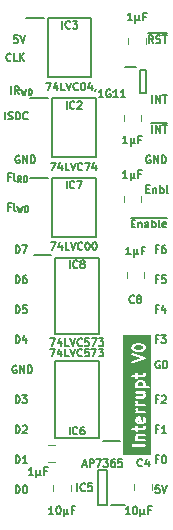
<source format=gbr>
%TF.GenerationSoftware,KiCad,Pcbnew,7.0.5*%
%TF.CreationDate,2024-01-26T10:09:01+02:00*%
%TF.ProjectId,Flags Enable Interrupt,466c6167-7320-4456-9e61-626c6520496e,rev?*%
%TF.SameCoordinates,Original*%
%TF.FileFunction,Legend,Top*%
%TF.FilePolarity,Positive*%
%FSLAX46Y46*%
G04 Gerber Fmt 4.6, Leading zero omitted, Abs format (unit mm)*
G04 Created by KiCad (PCBNEW 7.0.5) date 2024-01-26 10:09:01*
%MOMM*%
%LPD*%
G01*
G04 APERTURE LIST*
%ADD10C,0.150000*%
%ADD11C,0.200000*%
%ADD12C,0.120000*%
G04 APERTURE END LIST*
D10*
X127639125Y-86313344D02*
X127427458Y-86313344D01*
X127427458Y-86645963D02*
X127427458Y-86010963D01*
X127427458Y-86010963D02*
X127729839Y-86010963D01*
X128304363Y-86645963D02*
X127941506Y-86645963D01*
X128122934Y-86645963D02*
X128122934Y-86010963D01*
X128122934Y-86010963D02*
X128062458Y-86101677D01*
X128062458Y-86101677D02*
X128001982Y-86162153D01*
X128001982Y-86162153D02*
X127941506Y-86192391D01*
X127639125Y-73613344D02*
X127427458Y-73613344D01*
X127427458Y-73945963D02*
X127427458Y-73310963D01*
X127427458Y-73310963D02*
X127729839Y-73310963D01*
X128274125Y-73310963D02*
X127971744Y-73310963D01*
X127971744Y-73310963D02*
X127941506Y-73613344D01*
X127941506Y-73613344D02*
X127971744Y-73583105D01*
X127971744Y-73583105D02*
X128032220Y-73552867D01*
X128032220Y-73552867D02*
X128183411Y-73552867D01*
X128183411Y-73552867D02*
X128243887Y-73583105D01*
X128243887Y-73583105D02*
X128274125Y-73613344D01*
X128274125Y-73613344D02*
X128304363Y-73673820D01*
X128304363Y-73673820D02*
X128304363Y-73825010D01*
X128304363Y-73825010D02*
X128274125Y-73885486D01*
X128274125Y-73885486D02*
X128243887Y-73915725D01*
X128243887Y-73915725D02*
X128183411Y-73945963D01*
X128183411Y-73945963D02*
X128032220Y-73945963D01*
X128032220Y-73945963D02*
X127971744Y-73915725D01*
X127971744Y-73915725D02*
X127941506Y-73885486D01*
X127639125Y-78693344D02*
X127427458Y-78693344D01*
X127427458Y-79025963D02*
X127427458Y-78390963D01*
X127427458Y-78390963D02*
X127729839Y-78390963D01*
X127911268Y-78390963D02*
X128304363Y-78390963D01*
X128304363Y-78390963D02*
X128092696Y-78632867D01*
X128092696Y-78632867D02*
X128183411Y-78632867D01*
X128183411Y-78632867D02*
X128243887Y-78663105D01*
X128243887Y-78663105D02*
X128274125Y-78693344D01*
X128274125Y-78693344D02*
X128304363Y-78753820D01*
X128304363Y-78753820D02*
X128304363Y-78905010D01*
X128304363Y-78905010D02*
X128274125Y-78965486D01*
X128274125Y-78965486D02*
X128243887Y-78995725D01*
X128243887Y-78995725D02*
X128183411Y-79025963D01*
X128183411Y-79025963D02*
X128001982Y-79025963D01*
X128001982Y-79025963D02*
X127941506Y-78995725D01*
X127941506Y-78995725D02*
X127911268Y-78965486D01*
X115898493Y-63181201D02*
X115838017Y-63150963D01*
X115838017Y-63150963D02*
X115747303Y-63150963D01*
X115747303Y-63150963D02*
X115656588Y-63181201D01*
X115656588Y-63181201D02*
X115596112Y-63241677D01*
X115596112Y-63241677D02*
X115565874Y-63302153D01*
X115565874Y-63302153D02*
X115535636Y-63423105D01*
X115535636Y-63423105D02*
X115535636Y-63513820D01*
X115535636Y-63513820D02*
X115565874Y-63634772D01*
X115565874Y-63634772D02*
X115596112Y-63695248D01*
X115596112Y-63695248D02*
X115656588Y-63755725D01*
X115656588Y-63755725D02*
X115747303Y-63785963D01*
X115747303Y-63785963D02*
X115807779Y-63785963D01*
X115807779Y-63785963D02*
X115898493Y-63755725D01*
X115898493Y-63755725D02*
X115928731Y-63725486D01*
X115928731Y-63725486D02*
X115928731Y-63513820D01*
X115928731Y-63513820D02*
X115807779Y-63513820D01*
X116200874Y-63785963D02*
X116200874Y-63150963D01*
X116200874Y-63150963D02*
X116563731Y-63785963D01*
X116563731Y-63785963D02*
X116563731Y-63150963D01*
X116866112Y-63785963D02*
X116866112Y-63150963D01*
X116866112Y-63150963D02*
X117017302Y-63150963D01*
X117017302Y-63150963D02*
X117108017Y-63181201D01*
X117108017Y-63181201D02*
X117168493Y-63241677D01*
X117168493Y-63241677D02*
X117198731Y-63302153D01*
X117198731Y-63302153D02*
X117228969Y-63423105D01*
X117228969Y-63423105D02*
X117228969Y-63513820D01*
X117228969Y-63513820D02*
X117198731Y-63634772D01*
X117198731Y-63634772D02*
X117168493Y-63695248D01*
X117168493Y-63695248D02*
X117108017Y-63755725D01*
X117108017Y-63755725D02*
X117017302Y-63785963D01*
X117017302Y-63785963D02*
X116866112Y-63785963D01*
X125401505Y-68914344D02*
X125613172Y-68914344D01*
X125703886Y-69246963D02*
X125401505Y-69246963D01*
X125401505Y-69246963D02*
X125401505Y-68611963D01*
X125401505Y-68611963D02*
X125703886Y-68611963D01*
X125976029Y-68823629D02*
X125976029Y-69246963D01*
X125976029Y-68884105D02*
X126006267Y-68853867D01*
X126006267Y-68853867D02*
X126066743Y-68823629D01*
X126066743Y-68823629D02*
X126157458Y-68823629D01*
X126157458Y-68823629D02*
X126217934Y-68853867D01*
X126217934Y-68853867D02*
X126248172Y-68914344D01*
X126248172Y-68914344D02*
X126248172Y-69246963D01*
X126822696Y-69246963D02*
X126822696Y-68914344D01*
X126822696Y-68914344D02*
X126792458Y-68853867D01*
X126792458Y-68853867D02*
X126731982Y-68823629D01*
X126731982Y-68823629D02*
X126611029Y-68823629D01*
X126611029Y-68823629D02*
X126550553Y-68853867D01*
X126822696Y-69216725D02*
X126762220Y-69246963D01*
X126762220Y-69246963D02*
X126611029Y-69246963D01*
X126611029Y-69246963D02*
X126550553Y-69216725D01*
X126550553Y-69216725D02*
X126520315Y-69156248D01*
X126520315Y-69156248D02*
X126520315Y-69095772D01*
X126520315Y-69095772D02*
X126550553Y-69035296D01*
X126550553Y-69035296D02*
X126611029Y-69005058D01*
X126611029Y-69005058D02*
X126762220Y-69005058D01*
X126762220Y-69005058D02*
X126822696Y-68974820D01*
X127125077Y-69246963D02*
X127125077Y-68611963D01*
X127125077Y-68853867D02*
X127185553Y-68823629D01*
X127185553Y-68823629D02*
X127306506Y-68823629D01*
X127306506Y-68823629D02*
X127366982Y-68853867D01*
X127366982Y-68853867D02*
X127397220Y-68884105D01*
X127397220Y-68884105D02*
X127427458Y-68944582D01*
X127427458Y-68944582D02*
X127427458Y-69126010D01*
X127427458Y-69126010D02*
X127397220Y-69186486D01*
X127397220Y-69186486D02*
X127366982Y-69216725D01*
X127366982Y-69216725D02*
X127306506Y-69246963D01*
X127306506Y-69246963D02*
X127185553Y-69246963D01*
X127185553Y-69246963D02*
X127125077Y-69216725D01*
X127790315Y-69246963D02*
X127729839Y-69216725D01*
X127729839Y-69216725D02*
X127699601Y-69156248D01*
X127699601Y-69156248D02*
X127699601Y-68611963D01*
X128274125Y-69216725D02*
X128213649Y-69246963D01*
X128213649Y-69246963D02*
X128092696Y-69246963D01*
X128092696Y-69246963D02*
X128032220Y-69216725D01*
X128032220Y-69216725D02*
X128001982Y-69156248D01*
X128001982Y-69156248D02*
X128001982Y-68914344D01*
X128001982Y-68914344D02*
X128032220Y-68853867D01*
X128032220Y-68853867D02*
X128092696Y-68823629D01*
X128092696Y-68823629D02*
X128213649Y-68823629D01*
X128213649Y-68823629D02*
X128274125Y-68853867D01*
X128274125Y-68853867D02*
X128304363Y-68914344D01*
X128304363Y-68914344D02*
X128304363Y-68974820D01*
X128304363Y-68974820D02*
X128001982Y-69035296D01*
X125313815Y-68435675D02*
X128361816Y-68435675D01*
X115142541Y-64977344D02*
X114930874Y-64977344D01*
X114930874Y-65309963D02*
X114930874Y-64674963D01*
X114930874Y-64674963D02*
X115233255Y-64674963D01*
X115565874Y-65309963D02*
X115505398Y-65279725D01*
X115505398Y-65279725D02*
X115475160Y-65219248D01*
X115475160Y-65219248D02*
X115475160Y-64674963D01*
X116067827Y-65380115D02*
X115898493Y-65138210D01*
X115777541Y-65380115D02*
X115777541Y-64872115D01*
X115777541Y-64872115D02*
X115971065Y-64872115D01*
X115971065Y-64872115D02*
X116019446Y-64896305D01*
X116019446Y-64896305D02*
X116043636Y-64920496D01*
X116043636Y-64920496D02*
X116067827Y-64968877D01*
X116067827Y-64968877D02*
X116067827Y-65041448D01*
X116067827Y-65041448D02*
X116043636Y-65089829D01*
X116043636Y-65089829D02*
X116019446Y-65114020D01*
X116019446Y-65114020D02*
X115971065Y-65138210D01*
X115971065Y-65138210D02*
X115777541Y-65138210D01*
X116285541Y-65380115D02*
X116285541Y-64872115D01*
X116285541Y-64872115D02*
X116406493Y-64872115D01*
X116406493Y-64872115D02*
X116479065Y-64896305D01*
X116479065Y-64896305D02*
X116527446Y-64944686D01*
X116527446Y-64944686D02*
X116551636Y-64993067D01*
X116551636Y-64993067D02*
X116575827Y-65089829D01*
X116575827Y-65089829D02*
X116575827Y-65162401D01*
X116575827Y-65162401D02*
X116551636Y-65259163D01*
X116551636Y-65259163D02*
X116527446Y-65307544D01*
X116527446Y-65307544D02*
X116479065Y-65355925D01*
X116479065Y-65355925D02*
X116406493Y-65380115D01*
X116406493Y-65380115D02*
X116285541Y-65380115D01*
X115565874Y-71405963D02*
X115565874Y-70770963D01*
X115565874Y-70770963D02*
X115717064Y-70770963D01*
X115717064Y-70770963D02*
X115807779Y-70801201D01*
X115807779Y-70801201D02*
X115868255Y-70861677D01*
X115868255Y-70861677D02*
X115898493Y-70922153D01*
X115898493Y-70922153D02*
X115928731Y-71043105D01*
X115928731Y-71043105D02*
X115928731Y-71133820D01*
X115928731Y-71133820D02*
X115898493Y-71254772D01*
X115898493Y-71254772D02*
X115868255Y-71315248D01*
X115868255Y-71315248D02*
X115807779Y-71375725D01*
X115807779Y-71375725D02*
X115717064Y-71405963D01*
X115717064Y-71405963D02*
X115565874Y-71405963D01*
X116140398Y-70770963D02*
X116563731Y-70770963D01*
X116563731Y-70770963D02*
X116291588Y-71405963D01*
X115565874Y-79025963D02*
X115565874Y-78390963D01*
X115565874Y-78390963D02*
X115717064Y-78390963D01*
X115717064Y-78390963D02*
X115807779Y-78421201D01*
X115807779Y-78421201D02*
X115868255Y-78481677D01*
X115868255Y-78481677D02*
X115898493Y-78542153D01*
X115898493Y-78542153D02*
X115928731Y-78663105D01*
X115928731Y-78663105D02*
X115928731Y-78753820D01*
X115928731Y-78753820D02*
X115898493Y-78874772D01*
X115898493Y-78874772D02*
X115868255Y-78935248D01*
X115868255Y-78935248D02*
X115807779Y-78995725D01*
X115807779Y-78995725D02*
X115717064Y-79025963D01*
X115717064Y-79025963D02*
X115565874Y-79025963D01*
X116473017Y-78602629D02*
X116473017Y-79025963D01*
X116321826Y-78360725D02*
X116170636Y-78814296D01*
X116170636Y-78814296D02*
X116563731Y-78814296D01*
X115184874Y-57943963D02*
X115184874Y-57308963D01*
X115850112Y-57943963D02*
X115638445Y-57641582D01*
X115487255Y-57943963D02*
X115487255Y-57308963D01*
X115487255Y-57308963D02*
X115729160Y-57308963D01*
X115729160Y-57308963D02*
X115789636Y-57339201D01*
X115789636Y-57339201D02*
X115819874Y-57369439D01*
X115819874Y-57369439D02*
X115850112Y-57429915D01*
X115850112Y-57429915D02*
X115850112Y-57520629D01*
X115850112Y-57520629D02*
X115819874Y-57581105D01*
X115819874Y-57581105D02*
X115789636Y-57611344D01*
X115789636Y-57611344D02*
X115729160Y-57641582D01*
X115729160Y-57641582D02*
X115487255Y-57641582D01*
X116043636Y-57506115D02*
X116164588Y-58014115D01*
X116164588Y-58014115D02*
X116261350Y-57651258D01*
X116261350Y-57651258D02*
X116358112Y-58014115D01*
X116358112Y-58014115D02*
X116479065Y-57506115D01*
X116672588Y-58014115D02*
X116672588Y-57506115D01*
X116672588Y-57506115D02*
X116793540Y-57506115D01*
X116793540Y-57506115D02*
X116866112Y-57530305D01*
X116866112Y-57530305D02*
X116914493Y-57578686D01*
X116914493Y-57578686D02*
X116938683Y-57627067D01*
X116938683Y-57627067D02*
X116962874Y-57723829D01*
X116962874Y-57723829D02*
X116962874Y-57796401D01*
X116962874Y-57796401D02*
X116938683Y-57893163D01*
X116938683Y-57893163D02*
X116914493Y-57941544D01*
X116914493Y-57941544D02*
X116866112Y-57989925D01*
X116866112Y-57989925D02*
X116793540Y-58014115D01*
X116793540Y-58014115D02*
X116672588Y-58014115D01*
X115565874Y-86645963D02*
X115565874Y-86010963D01*
X115565874Y-86010963D02*
X115717064Y-86010963D01*
X115717064Y-86010963D02*
X115807779Y-86041201D01*
X115807779Y-86041201D02*
X115868255Y-86101677D01*
X115868255Y-86101677D02*
X115898493Y-86162153D01*
X115898493Y-86162153D02*
X115928731Y-86283105D01*
X115928731Y-86283105D02*
X115928731Y-86373820D01*
X115928731Y-86373820D02*
X115898493Y-86494772D01*
X115898493Y-86494772D02*
X115868255Y-86555248D01*
X115868255Y-86555248D02*
X115807779Y-86615725D01*
X115807779Y-86615725D02*
X115717064Y-86645963D01*
X115717064Y-86645963D02*
X115565874Y-86645963D01*
X116170636Y-86071439D02*
X116200874Y-86041201D01*
X116200874Y-86041201D02*
X116261350Y-86010963D01*
X116261350Y-86010963D02*
X116412541Y-86010963D01*
X116412541Y-86010963D02*
X116473017Y-86041201D01*
X116473017Y-86041201D02*
X116503255Y-86071439D01*
X116503255Y-86071439D02*
X116533493Y-86131915D01*
X116533493Y-86131915D02*
X116533493Y-86192391D01*
X116533493Y-86192391D02*
X116503255Y-86283105D01*
X116503255Y-86283105D02*
X116140398Y-86645963D01*
X116140398Y-86645963D02*
X116533493Y-86645963D01*
X127639125Y-83773344D02*
X127427458Y-83773344D01*
X127427458Y-84105963D02*
X127427458Y-83470963D01*
X127427458Y-83470963D02*
X127729839Y-83470963D01*
X127941506Y-83531439D02*
X127971744Y-83501201D01*
X127971744Y-83501201D02*
X128032220Y-83470963D01*
X128032220Y-83470963D02*
X128183411Y-83470963D01*
X128183411Y-83470963D02*
X128243887Y-83501201D01*
X128243887Y-83501201D02*
X128274125Y-83531439D01*
X128274125Y-83531439D02*
X128304363Y-83591915D01*
X128304363Y-83591915D02*
X128304363Y-83652391D01*
X128304363Y-83652391D02*
X128274125Y-83743105D01*
X128274125Y-83743105D02*
X127911268Y-84105963D01*
X127911268Y-84105963D02*
X128304363Y-84105963D01*
D11*
G36*
X126030905Y-85696143D02*
G01*
X125986015Y-85696143D01*
X125941706Y-85673988D01*
X125919551Y-85629679D01*
X125919551Y-85486416D01*
X125941706Y-85442107D01*
X125976607Y-85424656D01*
X126030905Y-85696143D01*
G37*
G36*
X126331744Y-82402137D02*
G01*
X126356415Y-82426808D01*
X126386219Y-82486415D01*
X126386219Y-82629678D01*
X126376797Y-82648523D01*
X125928974Y-82648523D01*
X125919551Y-82629678D01*
X125919551Y-82486415D01*
X125949356Y-82426806D01*
X125974026Y-82402137D01*
X126033634Y-82372333D01*
X126272136Y-82372333D01*
X126331744Y-82402137D01*
G37*
G36*
X126260841Y-79271446D02*
G01*
X126331744Y-79306898D01*
X126356415Y-79331569D01*
X126386218Y-79391175D01*
X126386218Y-79439202D01*
X126356415Y-79498808D01*
X126331743Y-79523479D01*
X126260840Y-79558931D01*
X126092955Y-79600903D01*
X125879483Y-79600903D01*
X125711595Y-79558931D01*
X125640692Y-79523480D01*
X125616023Y-79498810D01*
X125586218Y-79439201D01*
X125586218Y-79391176D01*
X125616023Y-79331567D01*
X125640693Y-79306897D01*
X125711596Y-79271446D01*
X125879482Y-79229475D01*
X126092954Y-79229475D01*
X126260841Y-79271446D01*
G37*
G36*
X127061857Y-88531858D02*
G01*
X124676143Y-88531858D01*
X124676143Y-87715737D01*
X125383058Y-87715737D01*
X125407453Y-87769156D01*
X125456856Y-87800905D01*
X126500598Y-87800905D01*
X126542566Y-87788582D01*
X126581023Y-87744200D01*
X126589380Y-87686073D01*
X126564985Y-87632654D01*
X126515582Y-87600905D01*
X125471840Y-87600905D01*
X125429872Y-87613228D01*
X125391415Y-87657610D01*
X125383058Y-87715737D01*
X124676143Y-87715737D01*
X124676143Y-86950189D01*
X125715932Y-86950189D01*
X125719552Y-86958917D01*
X125719552Y-87076472D01*
X125716978Y-87100316D01*
X125726116Y-87118592D01*
X125731875Y-87138205D01*
X125739016Y-87144393D01*
X125745535Y-87157430D01*
X125724748Y-87181420D01*
X125716391Y-87239547D01*
X125740786Y-87292966D01*
X125790189Y-87324715D01*
X125889266Y-87324715D01*
X125892636Y-87326555D01*
X125918359Y-87324715D01*
X126500598Y-87324715D01*
X126542566Y-87312392D01*
X126581023Y-87268010D01*
X126589380Y-87209883D01*
X126564985Y-87156464D01*
X126515582Y-87124715D01*
X125956211Y-87124715D01*
X125949356Y-87117860D01*
X125919552Y-87058251D01*
X125919552Y-86962607D01*
X125941706Y-86918298D01*
X125986015Y-86896144D01*
X126500598Y-86896144D01*
X126542566Y-86883821D01*
X126581023Y-86839439D01*
X126589380Y-86781312D01*
X126564985Y-86727893D01*
X126515582Y-86696144D01*
X125967793Y-86696144D01*
X125943950Y-86693570D01*
X125925672Y-86702708D01*
X125906062Y-86708467D01*
X125899874Y-86715608D01*
X125845236Y-86742927D01*
X125841351Y-86742790D01*
X125819211Y-86755939D01*
X125809589Y-86760751D01*
X125806900Y-86763251D01*
X125790860Y-86772779D01*
X125785819Y-86782860D01*
X125777562Y-86790541D01*
X125772938Y-86808621D01*
X125732519Y-86889459D01*
X125719552Y-86909638D01*
X125719552Y-86930073D01*
X125715932Y-86950189D01*
X124676143Y-86950189D01*
X124676143Y-86334785D01*
X125383058Y-86334785D01*
X125407453Y-86388204D01*
X125456856Y-86419953D01*
X125719552Y-86419953D01*
X125719552Y-86477189D01*
X125731875Y-86519157D01*
X125776257Y-86557614D01*
X125834384Y-86565971D01*
X125887803Y-86541576D01*
X125919552Y-86492173D01*
X125919552Y-86419953D01*
X126337976Y-86419953D01*
X126361819Y-86422527D01*
X126380096Y-86413388D01*
X126399708Y-86407630D01*
X126405895Y-86400489D01*
X126460535Y-86373169D01*
X126464420Y-86373307D01*
X126486550Y-86360162D01*
X126496182Y-86355347D01*
X126498873Y-86352843D01*
X126514911Y-86343318D01*
X126519952Y-86333235D01*
X126528208Y-86325556D01*
X126532830Y-86307479D01*
X126573253Y-86226634D01*
X126586219Y-86206459D01*
X126586219Y-86186023D01*
X126589839Y-86165908D01*
X126586218Y-86157179D01*
X126586219Y-86067479D01*
X126573896Y-86025511D01*
X126529514Y-85987054D01*
X126471387Y-85978697D01*
X126417968Y-86003092D01*
X126386219Y-86052495D01*
X126386218Y-86153490D01*
X126364064Y-86197798D01*
X126319755Y-86219953D01*
X125919552Y-86219953D01*
X125919552Y-86067479D01*
X125907229Y-86025511D01*
X125862847Y-85987054D01*
X125804720Y-85978697D01*
X125751301Y-86003092D01*
X125719552Y-86052495D01*
X125719552Y-86219953D01*
X125471840Y-86219953D01*
X125429872Y-86232276D01*
X125391415Y-86276658D01*
X125383058Y-86334785D01*
X124676143Y-86334785D01*
X124676143Y-85473998D01*
X125715932Y-85473998D01*
X125719552Y-85482726D01*
X125719552Y-85647900D01*
X125716978Y-85671744D01*
X125726116Y-85690020D01*
X125731875Y-85709633D01*
X125739016Y-85715821D01*
X125766335Y-85770458D01*
X125766198Y-85774344D01*
X125779348Y-85796484D01*
X125784159Y-85806106D01*
X125786659Y-85808794D01*
X125796187Y-85824835D01*
X125806269Y-85829876D01*
X125813949Y-85838132D01*
X125832025Y-85842754D01*
X125912870Y-85883177D01*
X125933046Y-85896143D01*
X125953481Y-85896143D01*
X125973597Y-85899763D01*
X125982325Y-85896143D01*
X126126465Y-85896143D01*
X126129023Y-85897596D01*
X126155606Y-85896143D01*
X126337976Y-85896143D01*
X126361819Y-85898717D01*
X126380096Y-85889578D01*
X126399708Y-85883820D01*
X126405895Y-85876679D01*
X126460535Y-85849359D01*
X126464420Y-85849497D01*
X126486550Y-85836352D01*
X126496182Y-85831537D01*
X126498873Y-85829033D01*
X126514911Y-85819508D01*
X126519952Y-85809425D01*
X126528208Y-85801746D01*
X126532830Y-85783669D01*
X126573253Y-85702824D01*
X126586219Y-85682649D01*
X126586219Y-85662213D01*
X126589839Y-85642098D01*
X126586219Y-85633369D01*
X126586219Y-85468194D01*
X126588793Y-85444351D01*
X126579654Y-85426073D01*
X126573896Y-85406463D01*
X126566754Y-85400275D01*
X126521612Y-85309990D01*
X126491822Y-85277963D01*
X126434927Y-85263415D01*
X126379199Y-85281935D01*
X126342329Y-85327644D01*
X126336026Y-85386030D01*
X126386219Y-85486415D01*
X126386219Y-85629680D01*
X126364064Y-85673988D01*
X126319755Y-85696143D01*
X126234866Y-85696143D01*
X126159073Y-85317184D01*
X126160808Y-85305121D01*
X126153429Y-85288963D01*
X126152885Y-85286242D01*
X126147477Y-85275929D01*
X126136413Y-85251702D01*
X126133937Y-85250111D01*
X126132571Y-85247505D01*
X126109408Y-85234347D01*
X126087010Y-85219953D01*
X126084069Y-85219953D01*
X126081509Y-85218499D01*
X126054907Y-85219953D01*
X125967793Y-85219953D01*
X125943950Y-85217379D01*
X125925672Y-85226517D01*
X125906062Y-85232276D01*
X125899874Y-85239417D01*
X125845236Y-85266736D01*
X125841351Y-85266599D01*
X125819211Y-85279748D01*
X125809589Y-85284560D01*
X125806900Y-85287060D01*
X125790860Y-85296588D01*
X125785819Y-85306669D01*
X125777562Y-85314350D01*
X125772938Y-85332430D01*
X125732519Y-85413268D01*
X125719552Y-85433447D01*
X125719552Y-85453882D01*
X125715932Y-85473998D01*
X124676143Y-85473998D01*
X124676143Y-84906213D01*
X125716391Y-84906213D01*
X125740786Y-84959632D01*
X125790189Y-84991381D01*
X126001100Y-84991381D01*
X126021216Y-84995001D01*
X126029944Y-84991381D01*
X126500598Y-84991381D01*
X126542566Y-84979058D01*
X126581023Y-84934676D01*
X126589380Y-84876549D01*
X126564985Y-84823130D01*
X126515582Y-84791381D01*
X126033634Y-84791381D01*
X125974026Y-84761577D01*
X125949356Y-84736907D01*
X125919552Y-84677298D01*
X125919552Y-84591288D01*
X125907229Y-84549320D01*
X125862847Y-84510863D01*
X125804720Y-84502506D01*
X125751301Y-84526901D01*
X125719552Y-84576304D01*
X125719552Y-84695519D01*
X125716978Y-84719363D01*
X125726116Y-84737639D01*
X125731875Y-84757252D01*
X125739016Y-84763440D01*
X125760632Y-84806672D01*
X125724748Y-84848086D01*
X125716391Y-84906213D01*
X124676143Y-84906213D01*
X124676143Y-84287165D01*
X125716391Y-84287165D01*
X125740786Y-84340584D01*
X125790189Y-84372333D01*
X126001100Y-84372333D01*
X126021216Y-84375953D01*
X126029944Y-84372333D01*
X126500598Y-84372333D01*
X126542566Y-84360010D01*
X126581023Y-84315628D01*
X126589380Y-84257501D01*
X126564985Y-84204082D01*
X126515582Y-84172333D01*
X126033634Y-84172333D01*
X125974026Y-84142529D01*
X125949356Y-84117859D01*
X125919552Y-84058250D01*
X125919552Y-83972240D01*
X125907229Y-83930272D01*
X125862847Y-83891815D01*
X125804720Y-83883458D01*
X125751301Y-83907853D01*
X125719552Y-83957256D01*
X125719552Y-84076471D01*
X125716978Y-84100315D01*
X125726116Y-84118591D01*
X125731875Y-84138204D01*
X125739016Y-84144392D01*
X125760632Y-84187624D01*
X125724748Y-84229038D01*
X125716391Y-84287165D01*
X124676143Y-84287165D01*
X124676143Y-83668117D01*
X125716391Y-83668117D01*
X125740786Y-83721536D01*
X125790189Y-83753285D01*
X126337976Y-83753285D01*
X126361819Y-83755859D01*
X126380096Y-83746720D01*
X126399708Y-83740962D01*
X126405895Y-83733821D01*
X126460535Y-83706501D01*
X126464420Y-83706639D01*
X126486550Y-83693494D01*
X126496182Y-83688679D01*
X126498873Y-83686175D01*
X126514911Y-83676650D01*
X126519952Y-83666567D01*
X126528208Y-83658888D01*
X126532830Y-83640811D01*
X126573253Y-83559966D01*
X126586219Y-83539791D01*
X126586219Y-83519355D01*
X126589839Y-83499240D01*
X126586219Y-83490511D01*
X126586219Y-83372955D01*
X126588793Y-83349112D01*
X126579654Y-83330834D01*
X126573896Y-83311224D01*
X126566754Y-83305036D01*
X126560236Y-83291998D01*
X126581023Y-83268009D01*
X126589380Y-83209882D01*
X126564985Y-83156463D01*
X126515582Y-83124714D01*
X126416505Y-83124714D01*
X126413133Y-83122873D01*
X126387402Y-83124714D01*
X125805173Y-83124714D01*
X125763205Y-83137037D01*
X125724748Y-83181419D01*
X125716391Y-83239546D01*
X125740786Y-83292965D01*
X125790189Y-83324714D01*
X126349559Y-83324714D01*
X126356415Y-83331570D01*
X126386219Y-83391176D01*
X126386219Y-83486822D01*
X126364064Y-83531130D01*
X126319755Y-83553285D01*
X125805173Y-83553285D01*
X125763205Y-83565608D01*
X125724748Y-83609990D01*
X125716391Y-83668117D01*
X124676143Y-83668117D01*
X124676143Y-82473997D01*
X125715932Y-82473997D01*
X125719552Y-82482725D01*
X125719552Y-82647899D01*
X125716978Y-82671743D01*
X125726116Y-82690019D01*
X125729105Y-82700199D01*
X125724748Y-82705228D01*
X125716391Y-82763355D01*
X125740786Y-82816774D01*
X125790189Y-82848523D01*
X125854588Y-82848523D01*
X125870844Y-82852680D01*
X125883353Y-82848523D01*
X126436833Y-82848523D01*
X126464420Y-82849496D01*
X126466058Y-82848523D01*
X126833931Y-82848523D01*
X126875899Y-82836200D01*
X126914356Y-82791818D01*
X126922713Y-82733691D01*
X126898318Y-82680272D01*
X126848915Y-82648523D01*
X126588683Y-82648523D01*
X126589839Y-82642097D01*
X126586219Y-82633368D01*
X126586219Y-82468193D01*
X126588793Y-82444350D01*
X126579654Y-82426072D01*
X126573896Y-82406462D01*
X126566754Y-82400274D01*
X126533650Y-82334065D01*
X126530073Y-82317622D01*
X126510592Y-82298141D01*
X126491822Y-82277962D01*
X126489927Y-82277477D01*
X126470555Y-82258105D01*
X126461964Y-82243641D01*
X126437339Y-82231328D01*
X126413133Y-82218111D01*
X126411183Y-82218250D01*
X126345283Y-82185300D01*
X126325105Y-82172333D01*
X126304669Y-82172333D01*
X126284554Y-82168713D01*
X126275826Y-82172333D01*
X126015412Y-82172333D01*
X125991569Y-82169759D01*
X125973291Y-82178897D01*
X125953681Y-82184656D01*
X125947493Y-82191797D01*
X125881282Y-82224902D01*
X125864842Y-82228479D01*
X125845367Y-82247953D01*
X125825181Y-82266730D01*
X125824696Y-82268624D01*
X125805326Y-82287994D01*
X125790860Y-82296587D01*
X125778542Y-82321221D01*
X125765331Y-82345417D01*
X125765470Y-82347366D01*
X125732519Y-82413267D01*
X125719552Y-82433446D01*
X125719552Y-82453881D01*
X125715932Y-82473997D01*
X124676143Y-82473997D01*
X124676143Y-81858593D01*
X125383058Y-81858593D01*
X125407453Y-81912012D01*
X125456856Y-81943761D01*
X125719552Y-81943761D01*
X125719552Y-82000997D01*
X125731875Y-82042965D01*
X125776257Y-82081422D01*
X125834384Y-82089779D01*
X125887803Y-82065384D01*
X125919552Y-82015981D01*
X125919552Y-81943761D01*
X126337976Y-81943761D01*
X126361819Y-81946335D01*
X126380096Y-81937196D01*
X126399708Y-81931438D01*
X126405895Y-81924297D01*
X126460535Y-81896977D01*
X126464420Y-81897115D01*
X126486550Y-81883970D01*
X126496182Y-81879155D01*
X126498873Y-81876651D01*
X126514911Y-81867126D01*
X126519952Y-81857043D01*
X126528208Y-81849364D01*
X126532830Y-81831287D01*
X126573253Y-81750442D01*
X126586219Y-81730267D01*
X126586219Y-81709831D01*
X126589839Y-81689716D01*
X126586218Y-81680987D01*
X126586219Y-81591287D01*
X126573896Y-81549319D01*
X126529514Y-81510862D01*
X126471387Y-81502505D01*
X126417968Y-81526900D01*
X126386219Y-81576303D01*
X126386218Y-81677298D01*
X126364064Y-81721606D01*
X126319755Y-81743761D01*
X125919552Y-81743761D01*
X125919552Y-81591287D01*
X125907229Y-81549319D01*
X125862847Y-81510862D01*
X125804720Y-81502505D01*
X125751301Y-81526900D01*
X125719552Y-81576303D01*
X125719552Y-81743761D01*
X125471840Y-81743761D01*
X125429872Y-81756084D01*
X125391415Y-81800466D01*
X125383058Y-81858593D01*
X124676143Y-81858593D01*
X124676143Y-80642190D01*
X125382589Y-80642190D01*
X125393042Y-80699977D01*
X125433078Y-80742941D01*
X125489986Y-80757438D01*
X126500679Y-80420539D01*
X126511948Y-80420947D01*
X126527999Y-80411432D01*
X126531482Y-80410272D01*
X126540314Y-80404133D01*
X126562466Y-80391004D01*
X126564207Y-80387528D01*
X126567400Y-80385310D01*
X126577244Y-80361513D01*
X126588776Y-80338502D01*
X126588362Y-80334638D01*
X126589849Y-80331045D01*
X126585265Y-80305707D01*
X126582525Y-80280110D01*
X126580086Y-80277081D01*
X126579395Y-80273258D01*
X126561848Y-80254428D01*
X126545698Y-80234368D01*
X126542009Y-80233138D01*
X126539360Y-80230295D01*
X126514409Y-80223938D01*
X125504201Y-79887203D01*
X125460489Y-79885622D01*
X125409971Y-79915565D01*
X125383662Y-79968067D01*
X125389912Y-80026459D01*
X125426740Y-80072201D01*
X126169990Y-80319950D01*
X125440955Y-80562963D01*
X125405038Y-80587925D01*
X125382589Y-80642190D01*
X124676143Y-80642190D01*
X124676143Y-79378758D01*
X125382599Y-79378758D01*
X125386218Y-79387486D01*
X125386219Y-79457422D01*
X125383645Y-79481266D01*
X125392783Y-79499542D01*
X125398542Y-79519155D01*
X125405683Y-79525343D01*
X125438787Y-79591551D01*
X125442365Y-79607994D01*
X125461844Y-79627473D01*
X125480616Y-79647654D01*
X125482509Y-79648138D01*
X125501880Y-79667509D01*
X125510473Y-79681976D01*
X125535109Y-79694294D01*
X125559303Y-79707505D01*
X125561251Y-79707365D01*
X125616041Y-79734760D01*
X125623955Y-79743177D01*
X125641793Y-79747636D01*
X125644834Y-79749157D01*
X125655688Y-79751110D01*
X125826951Y-79793926D01*
X125837808Y-79800903D01*
X125854859Y-79800903D01*
X125856867Y-79801405D01*
X125869213Y-79800903D01*
X126088807Y-79800903D01*
X126101033Y-79805039D01*
X126117577Y-79800903D01*
X126119645Y-79800903D01*
X126131495Y-79797423D01*
X126302715Y-79754618D01*
X126314200Y-79755858D01*
X126330643Y-79747636D01*
X126333945Y-79746811D01*
X126343465Y-79741225D01*
X126424484Y-79700715D01*
X126440927Y-79697139D01*
X126460410Y-79677655D01*
X126480588Y-79658887D01*
X126481071Y-79656994D01*
X126500444Y-79637622D01*
X126514911Y-79629030D01*
X126527230Y-79604391D01*
X126540440Y-79580201D01*
X126540300Y-79578251D01*
X126573253Y-79512346D01*
X126586219Y-79492171D01*
X126586219Y-79471735D01*
X126589839Y-79451620D01*
X126586218Y-79442891D01*
X126586219Y-79372954D01*
X126588793Y-79349111D01*
X126579654Y-79330833D01*
X126573896Y-79311223D01*
X126566754Y-79305035D01*
X126533650Y-79238826D01*
X126530073Y-79222383D01*
X126510592Y-79202902D01*
X126491822Y-79182723D01*
X126489927Y-79182238D01*
X126470555Y-79162866D01*
X126461964Y-79148402D01*
X126437339Y-79136089D01*
X126413133Y-79122872D01*
X126411183Y-79123011D01*
X126356396Y-79095618D01*
X126348482Y-79087201D01*
X126330642Y-79082741D01*
X126327602Y-79081221D01*
X126316750Y-79079268D01*
X126145485Y-79036451D01*
X126134629Y-79029475D01*
X126117578Y-79029475D01*
X126115570Y-79028973D01*
X126103224Y-79029475D01*
X125883630Y-79029475D01*
X125871404Y-79025339D01*
X125854860Y-79029475D01*
X125852792Y-79029475D01*
X125840941Y-79032954D01*
X125669720Y-79075759D01*
X125658236Y-79074520D01*
X125641792Y-79082741D01*
X125638492Y-79083567D01*
X125628975Y-79089150D01*
X125547949Y-79129663D01*
X125531509Y-79133240D01*
X125512034Y-79152714D01*
X125491848Y-79171491D01*
X125491363Y-79173385D01*
X125471993Y-79192755D01*
X125457527Y-79201348D01*
X125445209Y-79225982D01*
X125431998Y-79250178D01*
X125432137Y-79252127D01*
X125399186Y-79318028D01*
X125386219Y-79338207D01*
X125386219Y-79358642D01*
X125382599Y-79378758D01*
X124676143Y-79378758D01*
X124676143Y-78346142D01*
X127061857Y-78346142D01*
X127061857Y-88531858D01*
G37*
D10*
X127639125Y-76153344D02*
X127427458Y-76153344D01*
X127427458Y-76485963D02*
X127427458Y-75850963D01*
X127427458Y-75850963D02*
X127729839Y-75850963D01*
X128243887Y-76062629D02*
X128243887Y-76485963D01*
X128092696Y-75820725D02*
X127941506Y-76274296D01*
X127941506Y-76274296D02*
X128334601Y-76274296D01*
X127639125Y-71073344D02*
X127427458Y-71073344D01*
X127427458Y-71405963D02*
X127427458Y-70770963D01*
X127427458Y-70770963D02*
X127729839Y-70770963D01*
X128243887Y-70770963D02*
X128122934Y-70770963D01*
X128122934Y-70770963D02*
X128062458Y-70801201D01*
X128062458Y-70801201D02*
X128032220Y-70831439D01*
X128032220Y-70831439D02*
X127971744Y-70922153D01*
X127971744Y-70922153D02*
X127941506Y-71043105D01*
X127941506Y-71043105D02*
X127941506Y-71285010D01*
X127941506Y-71285010D02*
X127971744Y-71345486D01*
X127971744Y-71345486D02*
X128001982Y-71375725D01*
X128001982Y-71375725D02*
X128062458Y-71405963D01*
X128062458Y-71405963D02*
X128183411Y-71405963D01*
X128183411Y-71405963D02*
X128243887Y-71375725D01*
X128243887Y-71375725D02*
X128274125Y-71345486D01*
X128274125Y-71345486D02*
X128304363Y-71285010D01*
X128304363Y-71285010D02*
X128304363Y-71133820D01*
X128304363Y-71133820D02*
X128274125Y-71073344D01*
X128274125Y-71073344D02*
X128243887Y-71043105D01*
X128243887Y-71043105D02*
X128183411Y-71012867D01*
X128183411Y-71012867D02*
X128062458Y-71012867D01*
X128062458Y-71012867D02*
X128001982Y-71043105D01*
X128001982Y-71043105D02*
X127971744Y-71073344D01*
X127971744Y-71073344D02*
X127941506Y-71133820D01*
X115741255Y-52990963D02*
X115438874Y-52990963D01*
X115438874Y-52990963D02*
X115408636Y-53293344D01*
X115408636Y-53293344D02*
X115438874Y-53263105D01*
X115438874Y-53263105D02*
X115499350Y-53232867D01*
X115499350Y-53232867D02*
X115650541Y-53232867D01*
X115650541Y-53232867D02*
X115711017Y-53263105D01*
X115711017Y-53263105D02*
X115741255Y-53293344D01*
X115741255Y-53293344D02*
X115771493Y-53353820D01*
X115771493Y-53353820D02*
X115771493Y-53505010D01*
X115771493Y-53505010D02*
X115741255Y-53565486D01*
X115741255Y-53565486D02*
X115711017Y-53595725D01*
X115711017Y-53595725D02*
X115650541Y-53625963D01*
X115650541Y-53625963D02*
X115499350Y-53625963D01*
X115499350Y-53625963D02*
X115438874Y-53595725D01*
X115438874Y-53595725D02*
X115408636Y-53565486D01*
X115952922Y-52990963D02*
X116164588Y-53625963D01*
X116164588Y-53625963D02*
X116376255Y-52990963D01*
X127215791Y-53625963D02*
X127004124Y-53323582D01*
X126852934Y-53625963D02*
X126852934Y-52990963D01*
X126852934Y-52990963D02*
X127094839Y-52990963D01*
X127094839Y-52990963D02*
X127155315Y-53021201D01*
X127155315Y-53021201D02*
X127185553Y-53051439D01*
X127185553Y-53051439D02*
X127215791Y-53111915D01*
X127215791Y-53111915D02*
X127215791Y-53202629D01*
X127215791Y-53202629D02*
X127185553Y-53263105D01*
X127185553Y-53263105D02*
X127155315Y-53293344D01*
X127155315Y-53293344D02*
X127094839Y-53323582D01*
X127094839Y-53323582D02*
X126852934Y-53323582D01*
X127457696Y-53595725D02*
X127548410Y-53625963D01*
X127548410Y-53625963D02*
X127699601Y-53625963D01*
X127699601Y-53625963D02*
X127760077Y-53595725D01*
X127760077Y-53595725D02*
X127790315Y-53565486D01*
X127790315Y-53565486D02*
X127820553Y-53505010D01*
X127820553Y-53505010D02*
X127820553Y-53444534D01*
X127820553Y-53444534D02*
X127790315Y-53384058D01*
X127790315Y-53384058D02*
X127760077Y-53353820D01*
X127760077Y-53353820D02*
X127699601Y-53323582D01*
X127699601Y-53323582D02*
X127578648Y-53293344D01*
X127578648Y-53293344D02*
X127518172Y-53263105D01*
X127518172Y-53263105D02*
X127487934Y-53232867D01*
X127487934Y-53232867D02*
X127457696Y-53172391D01*
X127457696Y-53172391D02*
X127457696Y-53111915D01*
X127457696Y-53111915D02*
X127487934Y-53051439D01*
X127487934Y-53051439D02*
X127518172Y-53021201D01*
X127518172Y-53021201D02*
X127578648Y-52990963D01*
X127578648Y-52990963D02*
X127729839Y-52990963D01*
X127729839Y-52990963D02*
X127820553Y-53021201D01*
X128001982Y-52990963D02*
X128364839Y-52990963D01*
X128183410Y-53625963D02*
X128183410Y-52990963D01*
X126765244Y-52814675D02*
X128361816Y-52814675D01*
X115565874Y-84105963D02*
X115565874Y-83470963D01*
X115565874Y-83470963D02*
X115717064Y-83470963D01*
X115717064Y-83470963D02*
X115807779Y-83501201D01*
X115807779Y-83501201D02*
X115868255Y-83561677D01*
X115868255Y-83561677D02*
X115898493Y-83622153D01*
X115898493Y-83622153D02*
X115928731Y-83743105D01*
X115928731Y-83743105D02*
X115928731Y-83833820D01*
X115928731Y-83833820D02*
X115898493Y-83954772D01*
X115898493Y-83954772D02*
X115868255Y-84015248D01*
X115868255Y-84015248D02*
X115807779Y-84075725D01*
X115807779Y-84075725D02*
X115717064Y-84105963D01*
X115717064Y-84105963D02*
X115565874Y-84105963D01*
X116140398Y-83470963D02*
X116533493Y-83470963D01*
X116533493Y-83470963D02*
X116321826Y-83712867D01*
X116321826Y-83712867D02*
X116412541Y-83712867D01*
X116412541Y-83712867D02*
X116473017Y-83743105D01*
X116473017Y-83743105D02*
X116503255Y-83773344D01*
X116503255Y-83773344D02*
X116533493Y-83833820D01*
X116533493Y-83833820D02*
X116533493Y-83985010D01*
X116533493Y-83985010D02*
X116503255Y-84045486D01*
X116503255Y-84045486D02*
X116473017Y-84075725D01*
X116473017Y-84075725D02*
X116412541Y-84105963D01*
X116412541Y-84105963D02*
X116231112Y-84105963D01*
X116231112Y-84105963D02*
X116170636Y-84075725D01*
X116170636Y-84075725D02*
X116140398Y-84045486D01*
X126973887Y-63181201D02*
X126913411Y-63150963D01*
X126913411Y-63150963D02*
X126822697Y-63150963D01*
X126822697Y-63150963D02*
X126731982Y-63181201D01*
X126731982Y-63181201D02*
X126671506Y-63241677D01*
X126671506Y-63241677D02*
X126641268Y-63302153D01*
X126641268Y-63302153D02*
X126611030Y-63423105D01*
X126611030Y-63423105D02*
X126611030Y-63513820D01*
X126611030Y-63513820D02*
X126641268Y-63634772D01*
X126641268Y-63634772D02*
X126671506Y-63695248D01*
X126671506Y-63695248D02*
X126731982Y-63755725D01*
X126731982Y-63755725D02*
X126822697Y-63785963D01*
X126822697Y-63785963D02*
X126883173Y-63785963D01*
X126883173Y-63785963D02*
X126973887Y-63755725D01*
X126973887Y-63755725D02*
X127004125Y-63725486D01*
X127004125Y-63725486D02*
X127004125Y-63513820D01*
X127004125Y-63513820D02*
X126883173Y-63513820D01*
X127276268Y-63785963D02*
X127276268Y-63150963D01*
X127276268Y-63150963D02*
X127639125Y-63785963D01*
X127639125Y-63785963D02*
X127639125Y-63150963D01*
X127941506Y-63785963D02*
X127941506Y-63150963D01*
X127941506Y-63150963D02*
X128092696Y-63150963D01*
X128092696Y-63150963D02*
X128183411Y-63181201D01*
X128183411Y-63181201D02*
X128243887Y-63241677D01*
X128243887Y-63241677D02*
X128274125Y-63302153D01*
X128274125Y-63302153D02*
X128304363Y-63423105D01*
X128304363Y-63423105D02*
X128304363Y-63513820D01*
X128304363Y-63513820D02*
X128274125Y-63634772D01*
X128274125Y-63634772D02*
X128243887Y-63695248D01*
X128243887Y-63695248D02*
X128183411Y-63755725D01*
X128183411Y-63755725D02*
X128092696Y-63785963D01*
X128092696Y-63785963D02*
X127941506Y-63785963D01*
X115142541Y-67517344D02*
X114930874Y-67517344D01*
X114930874Y-67849963D02*
X114930874Y-67214963D01*
X114930874Y-67214963D02*
X115233255Y-67214963D01*
X115565874Y-67849963D02*
X115505398Y-67819725D01*
X115505398Y-67819725D02*
X115475160Y-67759248D01*
X115475160Y-67759248D02*
X115475160Y-67214963D01*
X115729160Y-67412115D02*
X115850112Y-67920115D01*
X115850112Y-67920115D02*
X115946874Y-67557258D01*
X115946874Y-67557258D02*
X116043636Y-67920115D01*
X116043636Y-67920115D02*
X116164589Y-67412115D01*
X116358112Y-67920115D02*
X116358112Y-67412115D01*
X116358112Y-67412115D02*
X116479064Y-67412115D01*
X116479064Y-67412115D02*
X116551636Y-67436305D01*
X116551636Y-67436305D02*
X116600017Y-67484686D01*
X116600017Y-67484686D02*
X116624207Y-67533067D01*
X116624207Y-67533067D02*
X116648398Y-67629829D01*
X116648398Y-67629829D02*
X116648398Y-67702401D01*
X116648398Y-67702401D02*
X116624207Y-67799163D01*
X116624207Y-67799163D02*
X116600017Y-67847544D01*
X116600017Y-67847544D02*
X116551636Y-67895925D01*
X116551636Y-67895925D02*
X116479064Y-67920115D01*
X116479064Y-67920115D02*
X116358112Y-67920115D01*
X115565874Y-73945963D02*
X115565874Y-73310963D01*
X115565874Y-73310963D02*
X115717064Y-73310963D01*
X115717064Y-73310963D02*
X115807779Y-73341201D01*
X115807779Y-73341201D02*
X115868255Y-73401677D01*
X115868255Y-73401677D02*
X115898493Y-73462153D01*
X115898493Y-73462153D02*
X115928731Y-73583105D01*
X115928731Y-73583105D02*
X115928731Y-73673820D01*
X115928731Y-73673820D02*
X115898493Y-73794772D01*
X115898493Y-73794772D02*
X115868255Y-73855248D01*
X115868255Y-73855248D02*
X115807779Y-73915725D01*
X115807779Y-73915725D02*
X115717064Y-73945963D01*
X115717064Y-73945963D02*
X115565874Y-73945963D01*
X116473017Y-73310963D02*
X116352064Y-73310963D01*
X116352064Y-73310963D02*
X116291588Y-73341201D01*
X116291588Y-73341201D02*
X116261350Y-73371439D01*
X116261350Y-73371439D02*
X116200874Y-73462153D01*
X116200874Y-73462153D02*
X116170636Y-73583105D01*
X116170636Y-73583105D02*
X116170636Y-73825010D01*
X116170636Y-73825010D02*
X116200874Y-73885486D01*
X116200874Y-73885486D02*
X116231112Y-73915725D01*
X116231112Y-73915725D02*
X116291588Y-73945963D01*
X116291588Y-73945963D02*
X116412541Y-73945963D01*
X116412541Y-73945963D02*
X116473017Y-73915725D01*
X116473017Y-73915725D02*
X116503255Y-73885486D01*
X116503255Y-73885486D02*
X116533493Y-73825010D01*
X116533493Y-73825010D02*
X116533493Y-73673820D01*
X116533493Y-73673820D02*
X116503255Y-73613344D01*
X116503255Y-73613344D02*
X116473017Y-73583105D01*
X116473017Y-73583105D02*
X116412541Y-73552867D01*
X116412541Y-73552867D02*
X116291588Y-73552867D01*
X116291588Y-73552867D02*
X116231112Y-73583105D01*
X116231112Y-73583105D02*
X116200874Y-73613344D01*
X116200874Y-73613344D02*
X116170636Y-73673820D01*
X115565874Y-76485963D02*
X115565874Y-75850963D01*
X115565874Y-75850963D02*
X115717064Y-75850963D01*
X115717064Y-75850963D02*
X115807779Y-75881201D01*
X115807779Y-75881201D02*
X115868255Y-75941677D01*
X115868255Y-75941677D02*
X115898493Y-76002153D01*
X115898493Y-76002153D02*
X115928731Y-76123105D01*
X115928731Y-76123105D02*
X115928731Y-76213820D01*
X115928731Y-76213820D02*
X115898493Y-76334772D01*
X115898493Y-76334772D02*
X115868255Y-76395248D01*
X115868255Y-76395248D02*
X115807779Y-76455725D01*
X115807779Y-76455725D02*
X115717064Y-76485963D01*
X115717064Y-76485963D02*
X115565874Y-76485963D01*
X116503255Y-75850963D02*
X116200874Y-75850963D01*
X116200874Y-75850963D02*
X116170636Y-76153344D01*
X116170636Y-76153344D02*
X116200874Y-76123105D01*
X116200874Y-76123105D02*
X116261350Y-76092867D01*
X116261350Y-76092867D02*
X116412541Y-76092867D01*
X116412541Y-76092867D02*
X116473017Y-76123105D01*
X116473017Y-76123105D02*
X116503255Y-76153344D01*
X116503255Y-76153344D02*
X116533493Y-76213820D01*
X116533493Y-76213820D02*
X116533493Y-76365010D01*
X116533493Y-76365010D02*
X116503255Y-76425486D01*
X116503255Y-76425486D02*
X116473017Y-76455725D01*
X116473017Y-76455725D02*
X116412541Y-76485963D01*
X116412541Y-76485963D02*
X116261350Y-76485963D01*
X116261350Y-76485963D02*
X116200874Y-76455725D01*
X116200874Y-76455725D02*
X116170636Y-76425486D01*
X115166731Y-55089486D02*
X115136493Y-55119725D01*
X115136493Y-55119725D02*
X115045779Y-55149963D01*
X115045779Y-55149963D02*
X114985303Y-55149963D01*
X114985303Y-55149963D02*
X114894588Y-55119725D01*
X114894588Y-55119725D02*
X114834112Y-55059248D01*
X114834112Y-55059248D02*
X114803874Y-54998772D01*
X114803874Y-54998772D02*
X114773636Y-54877820D01*
X114773636Y-54877820D02*
X114773636Y-54787105D01*
X114773636Y-54787105D02*
X114803874Y-54666153D01*
X114803874Y-54666153D02*
X114834112Y-54605677D01*
X114834112Y-54605677D02*
X114894588Y-54545201D01*
X114894588Y-54545201D02*
X114985303Y-54514963D01*
X114985303Y-54514963D02*
X115045779Y-54514963D01*
X115045779Y-54514963D02*
X115136493Y-54545201D01*
X115136493Y-54545201D02*
X115166731Y-54575439D01*
X115741255Y-55149963D02*
X115438874Y-55149963D01*
X115438874Y-55149963D02*
X115438874Y-54514963D01*
X115952922Y-55149963D02*
X115952922Y-54514963D01*
X116315779Y-55149963D02*
X116043636Y-54787105D01*
X116315779Y-54514963D02*
X115952922Y-54877820D01*
X127125077Y-58705963D02*
X127125077Y-58070963D01*
X127427458Y-58705963D02*
X127427458Y-58070963D01*
X127427458Y-58070963D02*
X127790315Y-58705963D01*
X127790315Y-58705963D02*
X127790315Y-58070963D01*
X128001982Y-58070963D02*
X128364839Y-58070963D01*
X128183410Y-58705963D02*
X128183410Y-58070963D01*
X114676874Y-60102963D02*
X114676874Y-59467963D01*
X114949017Y-60072725D02*
X115039731Y-60102963D01*
X115039731Y-60102963D02*
X115190922Y-60102963D01*
X115190922Y-60102963D02*
X115251398Y-60072725D01*
X115251398Y-60072725D02*
X115281636Y-60042486D01*
X115281636Y-60042486D02*
X115311874Y-59982010D01*
X115311874Y-59982010D02*
X115311874Y-59921534D01*
X115311874Y-59921534D02*
X115281636Y-59861058D01*
X115281636Y-59861058D02*
X115251398Y-59830820D01*
X115251398Y-59830820D02*
X115190922Y-59800582D01*
X115190922Y-59800582D02*
X115069969Y-59770344D01*
X115069969Y-59770344D02*
X115009493Y-59740105D01*
X115009493Y-59740105D02*
X114979255Y-59709867D01*
X114979255Y-59709867D02*
X114949017Y-59649391D01*
X114949017Y-59649391D02*
X114949017Y-59588915D01*
X114949017Y-59588915D02*
X114979255Y-59528439D01*
X114979255Y-59528439D02*
X115009493Y-59498201D01*
X115009493Y-59498201D02*
X115069969Y-59467963D01*
X115069969Y-59467963D02*
X115221160Y-59467963D01*
X115221160Y-59467963D02*
X115311874Y-59498201D01*
X115584017Y-60102963D02*
X115584017Y-59467963D01*
X115584017Y-59467963D02*
X115735207Y-59467963D01*
X115735207Y-59467963D02*
X115825922Y-59498201D01*
X115825922Y-59498201D02*
X115886398Y-59558677D01*
X115886398Y-59558677D02*
X115916636Y-59619153D01*
X115916636Y-59619153D02*
X115946874Y-59740105D01*
X115946874Y-59740105D02*
X115946874Y-59830820D01*
X115946874Y-59830820D02*
X115916636Y-59951772D01*
X115916636Y-59951772D02*
X115886398Y-60012248D01*
X115886398Y-60012248D02*
X115825922Y-60072725D01*
X115825922Y-60072725D02*
X115735207Y-60102963D01*
X115735207Y-60102963D02*
X115584017Y-60102963D01*
X116581874Y-60042486D02*
X116551636Y-60072725D01*
X116551636Y-60072725D02*
X116460922Y-60102963D01*
X116460922Y-60102963D02*
X116400446Y-60102963D01*
X116400446Y-60102963D02*
X116309731Y-60072725D01*
X116309731Y-60072725D02*
X116249255Y-60012248D01*
X116249255Y-60012248D02*
X116219017Y-59951772D01*
X116219017Y-59951772D02*
X116188779Y-59830820D01*
X116188779Y-59830820D02*
X116188779Y-59740105D01*
X116188779Y-59740105D02*
X116219017Y-59619153D01*
X116219017Y-59619153D02*
X116249255Y-59558677D01*
X116249255Y-59558677D02*
X116309731Y-59498201D01*
X116309731Y-59498201D02*
X116400446Y-59467963D01*
X116400446Y-59467963D02*
X116460922Y-59467963D01*
X116460922Y-59467963D02*
X116551636Y-59498201D01*
X116551636Y-59498201D02*
X116581874Y-59528439D01*
X126647315Y-65993344D02*
X126858982Y-65993344D01*
X126949696Y-66325963D02*
X126647315Y-66325963D01*
X126647315Y-66325963D02*
X126647315Y-65690963D01*
X126647315Y-65690963D02*
X126949696Y-65690963D01*
X127221839Y-65902629D02*
X127221839Y-66325963D01*
X127221839Y-65963105D02*
X127252077Y-65932867D01*
X127252077Y-65932867D02*
X127312553Y-65902629D01*
X127312553Y-65902629D02*
X127403268Y-65902629D01*
X127403268Y-65902629D02*
X127463744Y-65932867D01*
X127463744Y-65932867D02*
X127493982Y-65993344D01*
X127493982Y-65993344D02*
X127493982Y-66325963D01*
X127796363Y-66325963D02*
X127796363Y-65690963D01*
X127796363Y-65932867D02*
X127856839Y-65902629D01*
X127856839Y-65902629D02*
X127977792Y-65902629D01*
X127977792Y-65902629D02*
X128038268Y-65932867D01*
X128038268Y-65932867D02*
X128068506Y-65963105D01*
X128068506Y-65963105D02*
X128098744Y-66023582D01*
X128098744Y-66023582D02*
X128098744Y-66205010D01*
X128098744Y-66205010D02*
X128068506Y-66265486D01*
X128068506Y-66265486D02*
X128038268Y-66295725D01*
X128038268Y-66295725D02*
X127977792Y-66325963D01*
X127977792Y-66325963D02*
X127856839Y-66325963D01*
X127856839Y-66325963D02*
X127796363Y-66295725D01*
X128461601Y-66325963D02*
X128401125Y-66295725D01*
X128401125Y-66295725D02*
X128370887Y-66235248D01*
X128370887Y-66235248D02*
X128370887Y-65690963D01*
X115565874Y-89185963D02*
X115565874Y-88550963D01*
X115565874Y-88550963D02*
X115717064Y-88550963D01*
X115717064Y-88550963D02*
X115807779Y-88581201D01*
X115807779Y-88581201D02*
X115868255Y-88641677D01*
X115868255Y-88641677D02*
X115898493Y-88702153D01*
X115898493Y-88702153D02*
X115928731Y-88823105D01*
X115928731Y-88823105D02*
X115928731Y-88913820D01*
X115928731Y-88913820D02*
X115898493Y-89034772D01*
X115898493Y-89034772D02*
X115868255Y-89095248D01*
X115868255Y-89095248D02*
X115807779Y-89155725D01*
X115807779Y-89155725D02*
X115717064Y-89185963D01*
X115717064Y-89185963D02*
X115565874Y-89185963D01*
X116533493Y-89185963D02*
X116170636Y-89185963D01*
X116352064Y-89185963D02*
X116352064Y-88550963D01*
X116352064Y-88550963D02*
X116291588Y-88641677D01*
X116291588Y-88641677D02*
X116231112Y-88702153D01*
X116231112Y-88702153D02*
X116170636Y-88732391D01*
X127125077Y-61245963D02*
X127125077Y-60610963D01*
X127427458Y-61245963D02*
X127427458Y-60610963D01*
X127427458Y-60610963D02*
X127790315Y-61245963D01*
X127790315Y-61245963D02*
X127790315Y-60610963D01*
X128001982Y-60610963D02*
X128364839Y-60610963D01*
X128183410Y-61245963D02*
X128183410Y-60610963D01*
X127037387Y-60434675D02*
X128361816Y-60434675D01*
X115565874Y-91725963D02*
X115565874Y-91090963D01*
X115565874Y-91090963D02*
X115717064Y-91090963D01*
X115717064Y-91090963D02*
X115807779Y-91121201D01*
X115807779Y-91121201D02*
X115868255Y-91181677D01*
X115868255Y-91181677D02*
X115898493Y-91242153D01*
X115898493Y-91242153D02*
X115928731Y-91363105D01*
X115928731Y-91363105D02*
X115928731Y-91453820D01*
X115928731Y-91453820D02*
X115898493Y-91574772D01*
X115898493Y-91574772D02*
X115868255Y-91635248D01*
X115868255Y-91635248D02*
X115807779Y-91695725D01*
X115807779Y-91695725D02*
X115717064Y-91725963D01*
X115717064Y-91725963D02*
X115565874Y-91725963D01*
X116321826Y-91090963D02*
X116382303Y-91090963D01*
X116382303Y-91090963D02*
X116442779Y-91121201D01*
X116442779Y-91121201D02*
X116473017Y-91151439D01*
X116473017Y-91151439D02*
X116503255Y-91211915D01*
X116503255Y-91211915D02*
X116533493Y-91332867D01*
X116533493Y-91332867D02*
X116533493Y-91484058D01*
X116533493Y-91484058D02*
X116503255Y-91605010D01*
X116503255Y-91605010D02*
X116473017Y-91665486D01*
X116473017Y-91665486D02*
X116442779Y-91695725D01*
X116442779Y-91695725D02*
X116382303Y-91725963D01*
X116382303Y-91725963D02*
X116321826Y-91725963D01*
X116321826Y-91725963D02*
X116261350Y-91695725D01*
X116261350Y-91695725D02*
X116231112Y-91665486D01*
X116231112Y-91665486D02*
X116200874Y-91605010D01*
X116200874Y-91605010D02*
X116170636Y-91484058D01*
X116170636Y-91484058D02*
X116170636Y-91332867D01*
X116170636Y-91332867D02*
X116200874Y-91211915D01*
X116200874Y-91211915D02*
X116231112Y-91151439D01*
X116231112Y-91151439D02*
X116261350Y-91121201D01*
X116261350Y-91121201D02*
X116321826Y-91090963D01*
X127639125Y-88853344D02*
X127427458Y-88853344D01*
X127427458Y-89185963D02*
X127427458Y-88550963D01*
X127427458Y-88550963D02*
X127729839Y-88550963D01*
X128092696Y-88550963D02*
X128153173Y-88550963D01*
X128153173Y-88550963D02*
X128213649Y-88581201D01*
X128213649Y-88581201D02*
X128243887Y-88611439D01*
X128243887Y-88611439D02*
X128274125Y-88671915D01*
X128274125Y-88671915D02*
X128304363Y-88792867D01*
X128304363Y-88792867D02*
X128304363Y-88944058D01*
X128304363Y-88944058D02*
X128274125Y-89065010D01*
X128274125Y-89065010D02*
X128243887Y-89125486D01*
X128243887Y-89125486D02*
X128213649Y-89155725D01*
X128213649Y-89155725D02*
X128153173Y-89185963D01*
X128153173Y-89185963D02*
X128092696Y-89185963D01*
X128092696Y-89185963D02*
X128032220Y-89155725D01*
X128032220Y-89155725D02*
X128001982Y-89125486D01*
X128001982Y-89125486D02*
X127971744Y-89065010D01*
X127971744Y-89065010D02*
X127941506Y-88944058D01*
X127941506Y-88944058D02*
X127941506Y-88792867D01*
X127941506Y-88792867D02*
X127971744Y-88671915D01*
X127971744Y-88671915D02*
X128001982Y-88611439D01*
X128001982Y-88611439D02*
X128032220Y-88581201D01*
X128032220Y-88581201D02*
X128092696Y-88550963D01*
X115644493Y-80961201D02*
X115584017Y-80930963D01*
X115584017Y-80930963D02*
X115493303Y-80930963D01*
X115493303Y-80930963D02*
X115402588Y-80961201D01*
X115402588Y-80961201D02*
X115342112Y-81021677D01*
X115342112Y-81021677D02*
X115311874Y-81082153D01*
X115311874Y-81082153D02*
X115281636Y-81203105D01*
X115281636Y-81203105D02*
X115281636Y-81293820D01*
X115281636Y-81293820D02*
X115311874Y-81414772D01*
X115311874Y-81414772D02*
X115342112Y-81475248D01*
X115342112Y-81475248D02*
X115402588Y-81535725D01*
X115402588Y-81535725D02*
X115493303Y-81565963D01*
X115493303Y-81565963D02*
X115553779Y-81565963D01*
X115553779Y-81565963D02*
X115644493Y-81535725D01*
X115644493Y-81535725D02*
X115674731Y-81505486D01*
X115674731Y-81505486D02*
X115674731Y-81293820D01*
X115674731Y-81293820D02*
X115553779Y-81293820D01*
X115946874Y-81565963D02*
X115946874Y-80930963D01*
X115946874Y-80930963D02*
X116309731Y-81565963D01*
X116309731Y-81565963D02*
X116309731Y-80930963D01*
X116612112Y-81565963D02*
X116612112Y-80930963D01*
X116612112Y-80930963D02*
X116763302Y-80930963D01*
X116763302Y-80930963D02*
X116854017Y-80961201D01*
X116854017Y-80961201D02*
X116914493Y-81021677D01*
X116914493Y-81021677D02*
X116944731Y-81082153D01*
X116944731Y-81082153D02*
X116974969Y-81203105D01*
X116974969Y-81203105D02*
X116974969Y-81293820D01*
X116974969Y-81293820D02*
X116944731Y-81414772D01*
X116944731Y-81414772D02*
X116914493Y-81475248D01*
X116914493Y-81475248D02*
X116854017Y-81535725D01*
X116854017Y-81535725D02*
X116763302Y-81565963D01*
X116763302Y-81565963D02*
X116612112Y-81565963D01*
X127766125Y-80580201D02*
X127705649Y-80549963D01*
X127705649Y-80549963D02*
X127614935Y-80549963D01*
X127614935Y-80549963D02*
X127524220Y-80580201D01*
X127524220Y-80580201D02*
X127463744Y-80640677D01*
X127463744Y-80640677D02*
X127433506Y-80701153D01*
X127433506Y-80701153D02*
X127403268Y-80822105D01*
X127403268Y-80822105D02*
X127403268Y-80912820D01*
X127403268Y-80912820D02*
X127433506Y-81033772D01*
X127433506Y-81033772D02*
X127463744Y-81094248D01*
X127463744Y-81094248D02*
X127524220Y-81154725D01*
X127524220Y-81154725D02*
X127614935Y-81184963D01*
X127614935Y-81184963D02*
X127675411Y-81184963D01*
X127675411Y-81184963D02*
X127766125Y-81154725D01*
X127766125Y-81154725D02*
X127796363Y-81124486D01*
X127796363Y-81124486D02*
X127796363Y-80912820D01*
X127796363Y-80912820D02*
X127675411Y-80912820D01*
X128068506Y-81184963D02*
X128068506Y-80549963D01*
X128068506Y-80549963D02*
X128219696Y-80549963D01*
X128219696Y-80549963D02*
X128310411Y-80580201D01*
X128310411Y-80580201D02*
X128370887Y-80640677D01*
X128370887Y-80640677D02*
X128401125Y-80701153D01*
X128401125Y-80701153D02*
X128431363Y-80822105D01*
X128431363Y-80822105D02*
X128431363Y-80912820D01*
X128431363Y-80912820D02*
X128401125Y-81033772D01*
X128401125Y-81033772D02*
X128370887Y-81094248D01*
X128370887Y-81094248D02*
X128310411Y-81154725D01*
X128310411Y-81154725D02*
X128219696Y-81184963D01*
X128219696Y-81184963D02*
X128068506Y-81184963D01*
X127729839Y-91090963D02*
X127427458Y-91090963D01*
X127427458Y-91090963D02*
X127397220Y-91393344D01*
X127397220Y-91393344D02*
X127427458Y-91363105D01*
X127427458Y-91363105D02*
X127487934Y-91332867D01*
X127487934Y-91332867D02*
X127639125Y-91332867D01*
X127639125Y-91332867D02*
X127699601Y-91363105D01*
X127699601Y-91363105D02*
X127729839Y-91393344D01*
X127729839Y-91393344D02*
X127760077Y-91453820D01*
X127760077Y-91453820D02*
X127760077Y-91605010D01*
X127760077Y-91605010D02*
X127729839Y-91665486D01*
X127729839Y-91665486D02*
X127699601Y-91695725D01*
X127699601Y-91695725D02*
X127639125Y-91725963D01*
X127639125Y-91725963D02*
X127487934Y-91725963D01*
X127487934Y-91725963D02*
X127427458Y-91695725D01*
X127427458Y-91695725D02*
X127397220Y-91665486D01*
X127941506Y-91090963D02*
X128153172Y-91725963D01*
X128153172Y-91725963D02*
X128364839Y-91090963D01*
%TO.C,IC8*%
X120157119Y-72675963D02*
X120157119Y-72040963D01*
X120822357Y-72615486D02*
X120792119Y-72645725D01*
X120792119Y-72645725D02*
X120701405Y-72675963D01*
X120701405Y-72675963D02*
X120640929Y-72675963D01*
X120640929Y-72675963D02*
X120550214Y-72645725D01*
X120550214Y-72645725D02*
X120489738Y-72585248D01*
X120489738Y-72585248D02*
X120459500Y-72524772D01*
X120459500Y-72524772D02*
X120429262Y-72403820D01*
X120429262Y-72403820D02*
X120429262Y-72313105D01*
X120429262Y-72313105D02*
X120459500Y-72192153D01*
X120459500Y-72192153D02*
X120489738Y-72131677D01*
X120489738Y-72131677D02*
X120550214Y-72071201D01*
X120550214Y-72071201D02*
X120640929Y-72040963D01*
X120640929Y-72040963D02*
X120701405Y-72040963D01*
X120701405Y-72040963D02*
X120792119Y-72071201D01*
X120792119Y-72071201D02*
X120822357Y-72101439D01*
X121185214Y-72313105D02*
X121124738Y-72282867D01*
X121124738Y-72282867D02*
X121094500Y-72252629D01*
X121094500Y-72252629D02*
X121064262Y-72192153D01*
X121064262Y-72192153D02*
X121064262Y-72161915D01*
X121064262Y-72161915D02*
X121094500Y-72101439D01*
X121094500Y-72101439D02*
X121124738Y-72071201D01*
X121124738Y-72071201D02*
X121185214Y-72040963D01*
X121185214Y-72040963D02*
X121306167Y-72040963D01*
X121306167Y-72040963D02*
X121366643Y-72071201D01*
X121366643Y-72071201D02*
X121396881Y-72101439D01*
X121396881Y-72101439D02*
X121427119Y-72161915D01*
X121427119Y-72161915D02*
X121427119Y-72192153D01*
X121427119Y-72192153D02*
X121396881Y-72252629D01*
X121396881Y-72252629D02*
X121366643Y-72282867D01*
X121366643Y-72282867D02*
X121306167Y-72313105D01*
X121306167Y-72313105D02*
X121185214Y-72313105D01*
X121185214Y-72313105D02*
X121124738Y-72343344D01*
X121124738Y-72343344D02*
X121094500Y-72373582D01*
X121094500Y-72373582D02*
X121064262Y-72434058D01*
X121064262Y-72434058D02*
X121064262Y-72555010D01*
X121064262Y-72555010D02*
X121094500Y-72615486D01*
X121094500Y-72615486D02*
X121124738Y-72645725D01*
X121124738Y-72645725D02*
X121185214Y-72675963D01*
X121185214Y-72675963D02*
X121306167Y-72675963D01*
X121306167Y-72675963D02*
X121366643Y-72645725D01*
X121366643Y-72645725D02*
X121396881Y-72615486D01*
X121396881Y-72615486D02*
X121427119Y-72555010D01*
X121427119Y-72555010D02*
X121427119Y-72434058D01*
X121427119Y-72434058D02*
X121396881Y-72373582D01*
X121396881Y-72373582D02*
X121366643Y-72343344D01*
X121366643Y-72343344D02*
X121306167Y-72313105D01*
X118509142Y-78644963D02*
X118932475Y-78644963D01*
X118932475Y-78644963D02*
X118660332Y-79279963D01*
X119446523Y-78856629D02*
X119446523Y-79279963D01*
X119295332Y-78614725D02*
X119144142Y-79068296D01*
X119144142Y-79068296D02*
X119537237Y-79068296D01*
X120081523Y-79279963D02*
X119779142Y-79279963D01*
X119779142Y-79279963D02*
X119779142Y-78644963D01*
X120202476Y-78644963D02*
X120414142Y-79279963D01*
X120414142Y-79279963D02*
X120625809Y-78644963D01*
X121200333Y-79219486D02*
X121170095Y-79249725D01*
X121170095Y-79249725D02*
X121079381Y-79279963D01*
X121079381Y-79279963D02*
X121018905Y-79279963D01*
X121018905Y-79279963D02*
X120928190Y-79249725D01*
X120928190Y-79249725D02*
X120867714Y-79189248D01*
X120867714Y-79189248D02*
X120837476Y-79128772D01*
X120837476Y-79128772D02*
X120807238Y-79007820D01*
X120807238Y-79007820D02*
X120807238Y-78917105D01*
X120807238Y-78917105D02*
X120837476Y-78796153D01*
X120837476Y-78796153D02*
X120867714Y-78735677D01*
X120867714Y-78735677D02*
X120928190Y-78675201D01*
X120928190Y-78675201D02*
X121018905Y-78644963D01*
X121018905Y-78644963D02*
X121079381Y-78644963D01*
X121079381Y-78644963D02*
X121170095Y-78675201D01*
X121170095Y-78675201D02*
X121200333Y-78705439D01*
X121774857Y-78644963D02*
X121472476Y-78644963D01*
X121472476Y-78644963D02*
X121442238Y-78947344D01*
X121442238Y-78947344D02*
X121472476Y-78917105D01*
X121472476Y-78917105D02*
X121532952Y-78886867D01*
X121532952Y-78886867D02*
X121684143Y-78886867D01*
X121684143Y-78886867D02*
X121744619Y-78917105D01*
X121744619Y-78917105D02*
X121774857Y-78947344D01*
X121774857Y-78947344D02*
X121805095Y-79007820D01*
X121805095Y-79007820D02*
X121805095Y-79159010D01*
X121805095Y-79159010D02*
X121774857Y-79219486D01*
X121774857Y-79219486D02*
X121744619Y-79249725D01*
X121744619Y-79249725D02*
X121684143Y-79279963D01*
X121684143Y-79279963D02*
X121532952Y-79279963D01*
X121532952Y-79279963D02*
X121472476Y-79249725D01*
X121472476Y-79249725D02*
X121442238Y-79219486D01*
X122016762Y-78644963D02*
X122440095Y-78644963D01*
X122440095Y-78644963D02*
X122167952Y-79279963D01*
X122621524Y-78644963D02*
X123014619Y-78644963D01*
X123014619Y-78644963D02*
X122802952Y-78886867D01*
X122802952Y-78886867D02*
X122893667Y-78886867D01*
X122893667Y-78886867D02*
X122954143Y-78917105D01*
X122954143Y-78917105D02*
X122984381Y-78947344D01*
X122984381Y-78947344D02*
X123014619Y-79007820D01*
X123014619Y-79007820D02*
X123014619Y-79159010D01*
X123014619Y-79159010D02*
X122984381Y-79219486D01*
X122984381Y-79219486D02*
X122954143Y-79249725D01*
X122954143Y-79249725D02*
X122893667Y-79279963D01*
X122893667Y-79279963D02*
X122712238Y-79279963D01*
X122712238Y-79279963D02*
X122651762Y-79249725D01*
X122651762Y-79249725D02*
X122621524Y-79219486D01*
%TO.C,IC7*%
X119886119Y-65929963D02*
X119886119Y-65294963D01*
X120551357Y-65869486D02*
X120521119Y-65899725D01*
X120521119Y-65899725D02*
X120430405Y-65929963D01*
X120430405Y-65929963D02*
X120369929Y-65929963D01*
X120369929Y-65929963D02*
X120279214Y-65899725D01*
X120279214Y-65899725D02*
X120218738Y-65839248D01*
X120218738Y-65839248D02*
X120188500Y-65778772D01*
X120188500Y-65778772D02*
X120158262Y-65657820D01*
X120158262Y-65657820D02*
X120158262Y-65567105D01*
X120158262Y-65567105D02*
X120188500Y-65446153D01*
X120188500Y-65446153D02*
X120218738Y-65385677D01*
X120218738Y-65385677D02*
X120279214Y-65325201D01*
X120279214Y-65325201D02*
X120369929Y-65294963D01*
X120369929Y-65294963D02*
X120430405Y-65294963D01*
X120430405Y-65294963D02*
X120521119Y-65325201D01*
X120521119Y-65325201D02*
X120551357Y-65355439D01*
X120763024Y-65294963D02*
X121186357Y-65294963D01*
X121186357Y-65294963D02*
X120914214Y-65929963D01*
X118540523Y-70501963D02*
X118963856Y-70501963D01*
X118963856Y-70501963D02*
X118691713Y-71136963D01*
X119477904Y-70713629D02*
X119477904Y-71136963D01*
X119326713Y-70471725D02*
X119175523Y-70925296D01*
X119175523Y-70925296D02*
X119568618Y-70925296D01*
X120112904Y-71136963D02*
X119810523Y-71136963D01*
X119810523Y-71136963D02*
X119810523Y-70501963D01*
X120233857Y-70501963D02*
X120445523Y-71136963D01*
X120445523Y-71136963D02*
X120657190Y-70501963D01*
X121231714Y-71076486D02*
X121201476Y-71106725D01*
X121201476Y-71106725D02*
X121110762Y-71136963D01*
X121110762Y-71136963D02*
X121050286Y-71136963D01*
X121050286Y-71136963D02*
X120959571Y-71106725D01*
X120959571Y-71106725D02*
X120899095Y-71046248D01*
X120899095Y-71046248D02*
X120868857Y-70985772D01*
X120868857Y-70985772D02*
X120838619Y-70864820D01*
X120838619Y-70864820D02*
X120838619Y-70774105D01*
X120838619Y-70774105D02*
X120868857Y-70653153D01*
X120868857Y-70653153D02*
X120899095Y-70592677D01*
X120899095Y-70592677D02*
X120959571Y-70532201D01*
X120959571Y-70532201D02*
X121050286Y-70501963D01*
X121050286Y-70501963D02*
X121110762Y-70501963D01*
X121110762Y-70501963D02*
X121201476Y-70532201D01*
X121201476Y-70532201D02*
X121231714Y-70562439D01*
X121624809Y-70501963D02*
X121685286Y-70501963D01*
X121685286Y-70501963D02*
X121745762Y-70532201D01*
X121745762Y-70532201D02*
X121776000Y-70562439D01*
X121776000Y-70562439D02*
X121806238Y-70622915D01*
X121806238Y-70622915D02*
X121836476Y-70743867D01*
X121836476Y-70743867D02*
X121836476Y-70895058D01*
X121836476Y-70895058D02*
X121806238Y-71016010D01*
X121806238Y-71016010D02*
X121776000Y-71076486D01*
X121776000Y-71076486D02*
X121745762Y-71106725D01*
X121745762Y-71106725D02*
X121685286Y-71136963D01*
X121685286Y-71136963D02*
X121624809Y-71136963D01*
X121624809Y-71136963D02*
X121564333Y-71106725D01*
X121564333Y-71106725D02*
X121534095Y-71076486D01*
X121534095Y-71076486D02*
X121503857Y-71016010D01*
X121503857Y-71016010D02*
X121473619Y-70895058D01*
X121473619Y-70895058D02*
X121473619Y-70743867D01*
X121473619Y-70743867D02*
X121503857Y-70622915D01*
X121503857Y-70622915D02*
X121534095Y-70562439D01*
X121534095Y-70562439D02*
X121564333Y-70532201D01*
X121564333Y-70532201D02*
X121624809Y-70501963D01*
X122229571Y-70501963D02*
X122290048Y-70501963D01*
X122290048Y-70501963D02*
X122350524Y-70532201D01*
X122350524Y-70532201D02*
X122380762Y-70562439D01*
X122380762Y-70562439D02*
X122411000Y-70622915D01*
X122411000Y-70622915D02*
X122441238Y-70743867D01*
X122441238Y-70743867D02*
X122441238Y-70895058D01*
X122441238Y-70895058D02*
X122411000Y-71016010D01*
X122411000Y-71016010D02*
X122380762Y-71076486D01*
X122380762Y-71076486D02*
X122350524Y-71106725D01*
X122350524Y-71106725D02*
X122290048Y-71136963D01*
X122290048Y-71136963D02*
X122229571Y-71136963D01*
X122229571Y-71136963D02*
X122169095Y-71106725D01*
X122169095Y-71106725D02*
X122138857Y-71076486D01*
X122138857Y-71076486D02*
X122108619Y-71016010D01*
X122108619Y-71016010D02*
X122078381Y-70895058D01*
X122078381Y-70895058D02*
X122078381Y-70743867D01*
X122078381Y-70743867D02*
X122108619Y-70622915D01*
X122108619Y-70622915D02*
X122138857Y-70562439D01*
X122138857Y-70562439D02*
X122169095Y-70532201D01*
X122169095Y-70532201D02*
X122229571Y-70501963D01*
%TO.C,IC6*%
X120140119Y-86772963D02*
X120140119Y-86137963D01*
X120805357Y-86712486D02*
X120775119Y-86742725D01*
X120775119Y-86742725D02*
X120684405Y-86772963D01*
X120684405Y-86772963D02*
X120623929Y-86772963D01*
X120623929Y-86772963D02*
X120533214Y-86742725D01*
X120533214Y-86742725D02*
X120472738Y-86682248D01*
X120472738Y-86682248D02*
X120442500Y-86621772D01*
X120442500Y-86621772D02*
X120412262Y-86500820D01*
X120412262Y-86500820D02*
X120412262Y-86410105D01*
X120412262Y-86410105D02*
X120442500Y-86289153D01*
X120442500Y-86289153D02*
X120472738Y-86228677D01*
X120472738Y-86228677D02*
X120533214Y-86168201D01*
X120533214Y-86168201D02*
X120623929Y-86137963D01*
X120623929Y-86137963D02*
X120684405Y-86137963D01*
X120684405Y-86137963D02*
X120775119Y-86168201D01*
X120775119Y-86168201D02*
X120805357Y-86198439D01*
X121349643Y-86137963D02*
X121228690Y-86137963D01*
X121228690Y-86137963D02*
X121168214Y-86168201D01*
X121168214Y-86168201D02*
X121137976Y-86198439D01*
X121137976Y-86198439D02*
X121077500Y-86289153D01*
X121077500Y-86289153D02*
X121047262Y-86410105D01*
X121047262Y-86410105D02*
X121047262Y-86652010D01*
X121047262Y-86652010D02*
X121077500Y-86712486D01*
X121077500Y-86712486D02*
X121107738Y-86742725D01*
X121107738Y-86742725D02*
X121168214Y-86772963D01*
X121168214Y-86772963D02*
X121289167Y-86772963D01*
X121289167Y-86772963D02*
X121349643Y-86742725D01*
X121349643Y-86742725D02*
X121379881Y-86712486D01*
X121379881Y-86712486D02*
X121410119Y-86652010D01*
X121410119Y-86652010D02*
X121410119Y-86500820D01*
X121410119Y-86500820D02*
X121379881Y-86440344D01*
X121379881Y-86440344D02*
X121349643Y-86410105D01*
X121349643Y-86410105D02*
X121289167Y-86379867D01*
X121289167Y-86379867D02*
X121168214Y-86379867D01*
X121168214Y-86379867D02*
X121107738Y-86410105D01*
X121107738Y-86410105D02*
X121077500Y-86440344D01*
X121077500Y-86440344D02*
X121047262Y-86500820D01*
X118492142Y-79533963D02*
X118915475Y-79533963D01*
X118915475Y-79533963D02*
X118643332Y-80168963D01*
X119429523Y-79745629D02*
X119429523Y-80168963D01*
X119278332Y-79503725D02*
X119127142Y-79957296D01*
X119127142Y-79957296D02*
X119520237Y-79957296D01*
X120064523Y-80168963D02*
X119762142Y-80168963D01*
X119762142Y-80168963D02*
X119762142Y-79533963D01*
X120185476Y-79533963D02*
X120397142Y-80168963D01*
X120397142Y-80168963D02*
X120608809Y-79533963D01*
X121183333Y-80108486D02*
X121153095Y-80138725D01*
X121153095Y-80138725D02*
X121062381Y-80168963D01*
X121062381Y-80168963D02*
X121001905Y-80168963D01*
X121001905Y-80168963D02*
X120911190Y-80138725D01*
X120911190Y-80138725D02*
X120850714Y-80078248D01*
X120850714Y-80078248D02*
X120820476Y-80017772D01*
X120820476Y-80017772D02*
X120790238Y-79896820D01*
X120790238Y-79896820D02*
X120790238Y-79806105D01*
X120790238Y-79806105D02*
X120820476Y-79685153D01*
X120820476Y-79685153D02*
X120850714Y-79624677D01*
X120850714Y-79624677D02*
X120911190Y-79564201D01*
X120911190Y-79564201D02*
X121001905Y-79533963D01*
X121001905Y-79533963D02*
X121062381Y-79533963D01*
X121062381Y-79533963D02*
X121153095Y-79564201D01*
X121153095Y-79564201D02*
X121183333Y-79594439D01*
X121757857Y-79533963D02*
X121455476Y-79533963D01*
X121455476Y-79533963D02*
X121425238Y-79836344D01*
X121425238Y-79836344D02*
X121455476Y-79806105D01*
X121455476Y-79806105D02*
X121515952Y-79775867D01*
X121515952Y-79775867D02*
X121667143Y-79775867D01*
X121667143Y-79775867D02*
X121727619Y-79806105D01*
X121727619Y-79806105D02*
X121757857Y-79836344D01*
X121757857Y-79836344D02*
X121788095Y-79896820D01*
X121788095Y-79896820D02*
X121788095Y-80048010D01*
X121788095Y-80048010D02*
X121757857Y-80108486D01*
X121757857Y-80108486D02*
X121727619Y-80138725D01*
X121727619Y-80138725D02*
X121667143Y-80168963D01*
X121667143Y-80168963D02*
X121515952Y-80168963D01*
X121515952Y-80168963D02*
X121455476Y-80138725D01*
X121455476Y-80138725D02*
X121425238Y-80108486D01*
X121999762Y-79533963D02*
X122423095Y-79533963D01*
X122423095Y-79533963D02*
X122150952Y-80168963D01*
X122604524Y-79533963D02*
X122997619Y-79533963D01*
X122997619Y-79533963D02*
X122785952Y-79775867D01*
X122785952Y-79775867D02*
X122876667Y-79775867D01*
X122876667Y-79775867D02*
X122937143Y-79806105D01*
X122937143Y-79806105D02*
X122967381Y-79836344D01*
X122967381Y-79836344D02*
X122997619Y-79896820D01*
X122997619Y-79896820D02*
X122997619Y-80048010D01*
X122997619Y-80048010D02*
X122967381Y-80108486D01*
X122967381Y-80108486D02*
X122937143Y-80138725D01*
X122937143Y-80138725D02*
X122876667Y-80168963D01*
X122876667Y-80168963D02*
X122695238Y-80168963D01*
X122695238Y-80168963D02*
X122634762Y-80138725D01*
X122634762Y-80138725D02*
X122604524Y-80108486D01*
%TO.C,IC5*%
X120792119Y-91548963D02*
X120792119Y-90913963D01*
X121457357Y-91488486D02*
X121427119Y-91518725D01*
X121427119Y-91518725D02*
X121336405Y-91548963D01*
X121336405Y-91548963D02*
X121275929Y-91548963D01*
X121275929Y-91548963D02*
X121185214Y-91518725D01*
X121185214Y-91518725D02*
X121124738Y-91458248D01*
X121124738Y-91458248D02*
X121094500Y-91397772D01*
X121094500Y-91397772D02*
X121064262Y-91276820D01*
X121064262Y-91276820D02*
X121064262Y-91186105D01*
X121064262Y-91186105D02*
X121094500Y-91065153D01*
X121094500Y-91065153D02*
X121124738Y-91004677D01*
X121124738Y-91004677D02*
X121185214Y-90944201D01*
X121185214Y-90944201D02*
X121275929Y-90913963D01*
X121275929Y-90913963D02*
X121336405Y-90913963D01*
X121336405Y-90913963D02*
X121427119Y-90944201D01*
X121427119Y-90944201D02*
X121457357Y-90974439D01*
X122031881Y-90913963D02*
X121729500Y-90913963D01*
X121729500Y-90913963D02*
X121699262Y-91216344D01*
X121699262Y-91216344D02*
X121729500Y-91186105D01*
X121729500Y-91186105D02*
X121789976Y-91155867D01*
X121789976Y-91155867D02*
X121941167Y-91155867D01*
X121941167Y-91155867D02*
X122001643Y-91186105D01*
X122001643Y-91186105D02*
X122031881Y-91216344D01*
X122031881Y-91216344D02*
X122062119Y-91276820D01*
X122062119Y-91276820D02*
X122062119Y-91428010D01*
X122062119Y-91428010D02*
X122031881Y-91488486D01*
X122031881Y-91488486D02*
X122001643Y-91518725D01*
X122001643Y-91518725D02*
X121941167Y-91548963D01*
X121941167Y-91548963D02*
X121789976Y-91548963D01*
X121789976Y-91548963D02*
X121729500Y-91518725D01*
X121729500Y-91518725D02*
X121699262Y-91488486D01*
X121257785Y-89335534D02*
X121560166Y-89335534D01*
X121197309Y-89516963D02*
X121408975Y-88881963D01*
X121408975Y-88881963D02*
X121620642Y-89516963D01*
X121832309Y-89516963D02*
X121832309Y-88881963D01*
X121832309Y-88881963D02*
X122074214Y-88881963D01*
X122074214Y-88881963D02*
X122134690Y-88912201D01*
X122134690Y-88912201D02*
X122164928Y-88942439D01*
X122164928Y-88942439D02*
X122195166Y-89002915D01*
X122195166Y-89002915D02*
X122195166Y-89093629D01*
X122195166Y-89093629D02*
X122164928Y-89154105D01*
X122164928Y-89154105D02*
X122134690Y-89184344D01*
X122134690Y-89184344D02*
X122074214Y-89214582D01*
X122074214Y-89214582D02*
X121832309Y-89214582D01*
X122406833Y-88881963D02*
X122830166Y-88881963D01*
X122830166Y-88881963D02*
X122558023Y-89516963D01*
X123011595Y-88881963D02*
X123404690Y-88881963D01*
X123404690Y-88881963D02*
X123193023Y-89123867D01*
X123193023Y-89123867D02*
X123283738Y-89123867D01*
X123283738Y-89123867D02*
X123344214Y-89154105D01*
X123344214Y-89154105D02*
X123374452Y-89184344D01*
X123374452Y-89184344D02*
X123404690Y-89244820D01*
X123404690Y-89244820D02*
X123404690Y-89396010D01*
X123404690Y-89396010D02*
X123374452Y-89456486D01*
X123374452Y-89456486D02*
X123344214Y-89486725D01*
X123344214Y-89486725D02*
X123283738Y-89516963D01*
X123283738Y-89516963D02*
X123102309Y-89516963D01*
X123102309Y-89516963D02*
X123041833Y-89486725D01*
X123041833Y-89486725D02*
X123011595Y-89456486D01*
X123948976Y-88881963D02*
X123828023Y-88881963D01*
X123828023Y-88881963D02*
X123767547Y-88912201D01*
X123767547Y-88912201D02*
X123737309Y-88942439D01*
X123737309Y-88942439D02*
X123676833Y-89033153D01*
X123676833Y-89033153D02*
X123646595Y-89154105D01*
X123646595Y-89154105D02*
X123646595Y-89396010D01*
X123646595Y-89396010D02*
X123676833Y-89456486D01*
X123676833Y-89456486D02*
X123707071Y-89486725D01*
X123707071Y-89486725D02*
X123767547Y-89516963D01*
X123767547Y-89516963D02*
X123888500Y-89516963D01*
X123888500Y-89516963D02*
X123948976Y-89486725D01*
X123948976Y-89486725D02*
X123979214Y-89456486D01*
X123979214Y-89456486D02*
X124009452Y-89396010D01*
X124009452Y-89396010D02*
X124009452Y-89244820D01*
X124009452Y-89244820D02*
X123979214Y-89184344D01*
X123979214Y-89184344D02*
X123948976Y-89154105D01*
X123948976Y-89154105D02*
X123888500Y-89123867D01*
X123888500Y-89123867D02*
X123767547Y-89123867D01*
X123767547Y-89123867D02*
X123707071Y-89154105D01*
X123707071Y-89154105D02*
X123676833Y-89184344D01*
X123676833Y-89184344D02*
X123646595Y-89244820D01*
X124583976Y-88881963D02*
X124281595Y-88881963D01*
X124281595Y-88881963D02*
X124251357Y-89184344D01*
X124251357Y-89184344D02*
X124281595Y-89154105D01*
X124281595Y-89154105D02*
X124342071Y-89123867D01*
X124342071Y-89123867D02*
X124493262Y-89123867D01*
X124493262Y-89123867D02*
X124553738Y-89154105D01*
X124553738Y-89154105D02*
X124583976Y-89184344D01*
X124583976Y-89184344D02*
X124614214Y-89244820D01*
X124614214Y-89244820D02*
X124614214Y-89396010D01*
X124614214Y-89396010D02*
X124583976Y-89456486D01*
X124583976Y-89456486D02*
X124553738Y-89486725D01*
X124553738Y-89486725D02*
X124493262Y-89516963D01*
X124493262Y-89516963D02*
X124342071Y-89516963D01*
X124342071Y-89516963D02*
X124281595Y-89486725D01*
X124281595Y-89486725D02*
X124251357Y-89456486D01*
%TO.C,IC3*%
X119522119Y-52400963D02*
X119522119Y-51765963D01*
X120187357Y-52340486D02*
X120157119Y-52370725D01*
X120157119Y-52370725D02*
X120066405Y-52400963D01*
X120066405Y-52400963D02*
X120005929Y-52400963D01*
X120005929Y-52400963D02*
X119915214Y-52370725D01*
X119915214Y-52370725D02*
X119854738Y-52310248D01*
X119854738Y-52310248D02*
X119824500Y-52249772D01*
X119824500Y-52249772D02*
X119794262Y-52128820D01*
X119794262Y-52128820D02*
X119794262Y-52038105D01*
X119794262Y-52038105D02*
X119824500Y-51917153D01*
X119824500Y-51917153D02*
X119854738Y-51856677D01*
X119854738Y-51856677D02*
X119915214Y-51796201D01*
X119915214Y-51796201D02*
X120005929Y-51765963D01*
X120005929Y-51765963D02*
X120066405Y-51765963D01*
X120066405Y-51765963D02*
X120157119Y-51796201D01*
X120157119Y-51796201D02*
X120187357Y-51826439D01*
X120399024Y-51765963D02*
X120792119Y-51765963D01*
X120792119Y-51765963D02*
X120580452Y-52007867D01*
X120580452Y-52007867D02*
X120671167Y-52007867D01*
X120671167Y-52007867D02*
X120731643Y-52038105D01*
X120731643Y-52038105D02*
X120761881Y-52068344D01*
X120761881Y-52068344D02*
X120792119Y-52128820D01*
X120792119Y-52128820D02*
X120792119Y-52280010D01*
X120792119Y-52280010D02*
X120761881Y-52340486D01*
X120761881Y-52340486D02*
X120731643Y-52370725D01*
X120731643Y-52370725D02*
X120671167Y-52400963D01*
X120671167Y-52400963D02*
X120489738Y-52400963D01*
X120489738Y-52400963D02*
X120429262Y-52370725D01*
X120429262Y-52370725D02*
X120399024Y-52340486D01*
X118176523Y-56972963D02*
X118599856Y-56972963D01*
X118599856Y-56972963D02*
X118327713Y-57607963D01*
X119113904Y-57184629D02*
X119113904Y-57607963D01*
X118962713Y-56942725D02*
X118811523Y-57396296D01*
X118811523Y-57396296D02*
X119204618Y-57396296D01*
X119748904Y-57607963D02*
X119446523Y-57607963D01*
X119446523Y-57607963D02*
X119446523Y-56972963D01*
X119869857Y-56972963D02*
X120081523Y-57607963D01*
X120081523Y-57607963D02*
X120293190Y-56972963D01*
X120867714Y-57547486D02*
X120837476Y-57577725D01*
X120837476Y-57577725D02*
X120746762Y-57607963D01*
X120746762Y-57607963D02*
X120686286Y-57607963D01*
X120686286Y-57607963D02*
X120595571Y-57577725D01*
X120595571Y-57577725D02*
X120535095Y-57517248D01*
X120535095Y-57517248D02*
X120504857Y-57456772D01*
X120504857Y-57456772D02*
X120474619Y-57335820D01*
X120474619Y-57335820D02*
X120474619Y-57245105D01*
X120474619Y-57245105D02*
X120504857Y-57124153D01*
X120504857Y-57124153D02*
X120535095Y-57063677D01*
X120535095Y-57063677D02*
X120595571Y-57003201D01*
X120595571Y-57003201D02*
X120686286Y-56972963D01*
X120686286Y-56972963D02*
X120746762Y-56972963D01*
X120746762Y-56972963D02*
X120837476Y-57003201D01*
X120837476Y-57003201D02*
X120867714Y-57033439D01*
X121260809Y-56972963D02*
X121321286Y-56972963D01*
X121321286Y-56972963D02*
X121381762Y-57003201D01*
X121381762Y-57003201D02*
X121412000Y-57033439D01*
X121412000Y-57033439D02*
X121442238Y-57093915D01*
X121442238Y-57093915D02*
X121472476Y-57214867D01*
X121472476Y-57214867D02*
X121472476Y-57366058D01*
X121472476Y-57366058D02*
X121442238Y-57487010D01*
X121442238Y-57487010D02*
X121412000Y-57547486D01*
X121412000Y-57547486D02*
X121381762Y-57577725D01*
X121381762Y-57577725D02*
X121321286Y-57607963D01*
X121321286Y-57607963D02*
X121260809Y-57607963D01*
X121260809Y-57607963D02*
X121200333Y-57577725D01*
X121200333Y-57577725D02*
X121170095Y-57547486D01*
X121170095Y-57547486D02*
X121139857Y-57487010D01*
X121139857Y-57487010D02*
X121109619Y-57366058D01*
X121109619Y-57366058D02*
X121109619Y-57214867D01*
X121109619Y-57214867D02*
X121139857Y-57093915D01*
X121139857Y-57093915D02*
X121170095Y-57033439D01*
X121170095Y-57033439D02*
X121200333Y-57003201D01*
X121200333Y-57003201D02*
X121260809Y-56972963D01*
X122016762Y-57184629D02*
X122016762Y-57607963D01*
X121865571Y-56942725D02*
X121714381Y-57396296D01*
X121714381Y-57396296D02*
X122107476Y-57396296D01*
%TO.C,IC2*%
X119886119Y-59198963D02*
X119886119Y-58563963D01*
X120551357Y-59138486D02*
X120521119Y-59168725D01*
X120521119Y-59168725D02*
X120430405Y-59198963D01*
X120430405Y-59198963D02*
X120369929Y-59198963D01*
X120369929Y-59198963D02*
X120279214Y-59168725D01*
X120279214Y-59168725D02*
X120218738Y-59108248D01*
X120218738Y-59108248D02*
X120188500Y-59047772D01*
X120188500Y-59047772D02*
X120158262Y-58926820D01*
X120158262Y-58926820D02*
X120158262Y-58836105D01*
X120158262Y-58836105D02*
X120188500Y-58715153D01*
X120188500Y-58715153D02*
X120218738Y-58654677D01*
X120218738Y-58654677D02*
X120279214Y-58594201D01*
X120279214Y-58594201D02*
X120369929Y-58563963D01*
X120369929Y-58563963D02*
X120430405Y-58563963D01*
X120430405Y-58563963D02*
X120521119Y-58594201D01*
X120521119Y-58594201D02*
X120551357Y-58624439D01*
X120793262Y-58624439D02*
X120823500Y-58594201D01*
X120823500Y-58594201D02*
X120883976Y-58563963D01*
X120883976Y-58563963D02*
X121035167Y-58563963D01*
X121035167Y-58563963D02*
X121095643Y-58594201D01*
X121095643Y-58594201D02*
X121125881Y-58624439D01*
X121125881Y-58624439D02*
X121156119Y-58684915D01*
X121156119Y-58684915D02*
X121156119Y-58745391D01*
X121156119Y-58745391D02*
X121125881Y-58836105D01*
X121125881Y-58836105D02*
X120763024Y-59198963D01*
X120763024Y-59198963D02*
X121156119Y-59198963D01*
X118540523Y-63770963D02*
X118963856Y-63770963D01*
X118963856Y-63770963D02*
X118691713Y-64405963D01*
X119477904Y-63982629D02*
X119477904Y-64405963D01*
X119326713Y-63740725D02*
X119175523Y-64194296D01*
X119175523Y-64194296D02*
X119568618Y-64194296D01*
X120112904Y-64405963D02*
X119810523Y-64405963D01*
X119810523Y-64405963D02*
X119810523Y-63770963D01*
X120233857Y-63770963D02*
X120445523Y-64405963D01*
X120445523Y-64405963D02*
X120657190Y-63770963D01*
X121231714Y-64345486D02*
X121201476Y-64375725D01*
X121201476Y-64375725D02*
X121110762Y-64405963D01*
X121110762Y-64405963D02*
X121050286Y-64405963D01*
X121050286Y-64405963D02*
X120959571Y-64375725D01*
X120959571Y-64375725D02*
X120899095Y-64315248D01*
X120899095Y-64315248D02*
X120868857Y-64254772D01*
X120868857Y-64254772D02*
X120838619Y-64133820D01*
X120838619Y-64133820D02*
X120838619Y-64043105D01*
X120838619Y-64043105D02*
X120868857Y-63922153D01*
X120868857Y-63922153D02*
X120899095Y-63861677D01*
X120899095Y-63861677D02*
X120959571Y-63801201D01*
X120959571Y-63801201D02*
X121050286Y-63770963D01*
X121050286Y-63770963D02*
X121110762Y-63770963D01*
X121110762Y-63770963D02*
X121201476Y-63801201D01*
X121201476Y-63801201D02*
X121231714Y-63831439D01*
X121443381Y-63770963D02*
X121866714Y-63770963D01*
X121866714Y-63770963D02*
X121594571Y-64405963D01*
X122380762Y-63982629D02*
X122380762Y-64405963D01*
X122229571Y-63740725D02*
X122078381Y-64194296D01*
X122078381Y-64194296D02*
X122471476Y-64194296D01*
%TO.C,IC1*%
X122376595Y-57562963D02*
X122316119Y-57683915D01*
X122981357Y-58197963D02*
X122618500Y-58197963D01*
X122799928Y-58197963D02*
X122799928Y-57562963D01*
X122799928Y-57562963D02*
X122739452Y-57653677D01*
X122739452Y-57653677D02*
X122678976Y-57714153D01*
X122678976Y-57714153D02*
X122618500Y-57744391D01*
X123586119Y-57593201D02*
X123525643Y-57562963D01*
X123525643Y-57562963D02*
X123434929Y-57562963D01*
X123434929Y-57562963D02*
X123344214Y-57593201D01*
X123344214Y-57593201D02*
X123283738Y-57653677D01*
X123283738Y-57653677D02*
X123253500Y-57714153D01*
X123253500Y-57714153D02*
X123223262Y-57835105D01*
X123223262Y-57835105D02*
X123223262Y-57925820D01*
X123223262Y-57925820D02*
X123253500Y-58046772D01*
X123253500Y-58046772D02*
X123283738Y-58107248D01*
X123283738Y-58107248D02*
X123344214Y-58167725D01*
X123344214Y-58167725D02*
X123434929Y-58197963D01*
X123434929Y-58197963D02*
X123495405Y-58197963D01*
X123495405Y-58197963D02*
X123586119Y-58167725D01*
X123586119Y-58167725D02*
X123616357Y-58137486D01*
X123616357Y-58137486D02*
X123616357Y-57925820D01*
X123616357Y-57925820D02*
X123495405Y-57925820D01*
X124221119Y-58197963D02*
X123858262Y-58197963D01*
X124039690Y-58197963D02*
X124039690Y-57562963D01*
X124039690Y-57562963D02*
X123979214Y-57653677D01*
X123979214Y-57653677D02*
X123918738Y-57714153D01*
X123918738Y-57714153D02*
X123858262Y-57744391D01*
X124825881Y-58197963D02*
X124463024Y-58197963D01*
X124644452Y-58197963D02*
X124644452Y-57562963D01*
X124644452Y-57562963D02*
X124583976Y-57653677D01*
X124583976Y-57653677D02*
X124523500Y-57714153D01*
X124523500Y-57714153D02*
X124463024Y-57744391D01*
%TO.C,C8*%
X125597166Y-75579486D02*
X125566928Y-75609725D01*
X125566928Y-75609725D02*
X125476214Y-75639963D01*
X125476214Y-75639963D02*
X125415738Y-75639963D01*
X125415738Y-75639963D02*
X125325023Y-75609725D01*
X125325023Y-75609725D02*
X125264547Y-75549248D01*
X125264547Y-75549248D02*
X125234309Y-75488772D01*
X125234309Y-75488772D02*
X125204071Y-75367820D01*
X125204071Y-75367820D02*
X125204071Y-75277105D01*
X125204071Y-75277105D02*
X125234309Y-75156153D01*
X125234309Y-75156153D02*
X125264547Y-75095677D01*
X125264547Y-75095677D02*
X125325023Y-75035201D01*
X125325023Y-75035201D02*
X125415738Y-75004963D01*
X125415738Y-75004963D02*
X125476214Y-75004963D01*
X125476214Y-75004963D02*
X125566928Y-75035201D01*
X125566928Y-75035201D02*
X125597166Y-75065439D01*
X125960023Y-75277105D02*
X125899547Y-75246867D01*
X125899547Y-75246867D02*
X125869309Y-75216629D01*
X125869309Y-75216629D02*
X125839071Y-75156153D01*
X125839071Y-75156153D02*
X125839071Y-75125915D01*
X125839071Y-75125915D02*
X125869309Y-75065439D01*
X125869309Y-75065439D02*
X125899547Y-75035201D01*
X125899547Y-75035201D02*
X125960023Y-75004963D01*
X125960023Y-75004963D02*
X126080976Y-75004963D01*
X126080976Y-75004963D02*
X126141452Y-75035201D01*
X126141452Y-75035201D02*
X126171690Y-75065439D01*
X126171690Y-75065439D02*
X126201928Y-75125915D01*
X126201928Y-75125915D02*
X126201928Y-75156153D01*
X126201928Y-75156153D02*
X126171690Y-75216629D01*
X126171690Y-75216629D02*
X126141452Y-75246867D01*
X126141452Y-75246867D02*
X126080976Y-75277105D01*
X126080976Y-75277105D02*
X125960023Y-75277105D01*
X125960023Y-75277105D02*
X125899547Y-75307344D01*
X125899547Y-75307344D02*
X125869309Y-75337582D01*
X125869309Y-75337582D02*
X125839071Y-75398058D01*
X125839071Y-75398058D02*
X125839071Y-75519010D01*
X125839071Y-75519010D02*
X125869309Y-75579486D01*
X125869309Y-75579486D02*
X125899547Y-75609725D01*
X125899547Y-75609725D02*
X125960023Y-75639963D01*
X125960023Y-75639963D02*
X126080976Y-75639963D01*
X126080976Y-75639963D02*
X126141452Y-75609725D01*
X126141452Y-75609725D02*
X126171690Y-75579486D01*
X126171690Y-75579486D02*
X126201928Y-75519010D01*
X126201928Y-75519010D02*
X126201928Y-75398058D01*
X126201928Y-75398058D02*
X126171690Y-75337582D01*
X126171690Y-75337582D02*
X126141452Y-75307344D01*
X126141452Y-75307344D02*
X126080976Y-75277105D01*
X125306666Y-71532963D02*
X124943809Y-71532963D01*
X125125237Y-71532963D02*
X125125237Y-70897963D01*
X125125237Y-70897963D02*
X125064761Y-70988677D01*
X125064761Y-70988677D02*
X125004285Y-71049153D01*
X125004285Y-71049153D02*
X124943809Y-71079391D01*
X125578809Y-71109629D02*
X125578809Y-71744629D01*
X125881190Y-71442248D02*
X125911428Y-71502725D01*
X125911428Y-71502725D02*
X125971904Y-71532963D01*
X125578809Y-71442248D02*
X125609047Y-71502725D01*
X125609047Y-71502725D02*
X125669523Y-71532963D01*
X125669523Y-71532963D02*
X125790476Y-71532963D01*
X125790476Y-71532963D02*
X125850952Y-71502725D01*
X125850952Y-71502725D02*
X125881190Y-71442248D01*
X125881190Y-71442248D02*
X125881190Y-71109629D01*
X126455714Y-71200344D02*
X126244047Y-71200344D01*
X126244047Y-71532963D02*
X126244047Y-70897963D01*
X126244047Y-70897963D02*
X126546428Y-70897963D01*
%TO.C,C5*%
X118781285Y-93503963D02*
X118418428Y-93503963D01*
X118599856Y-93503963D02*
X118599856Y-92868963D01*
X118599856Y-92868963D02*
X118539380Y-92959677D01*
X118539380Y-92959677D02*
X118478904Y-93020153D01*
X118478904Y-93020153D02*
X118418428Y-93050391D01*
X119174380Y-92868963D02*
X119234857Y-92868963D01*
X119234857Y-92868963D02*
X119295333Y-92899201D01*
X119295333Y-92899201D02*
X119325571Y-92929439D01*
X119325571Y-92929439D02*
X119355809Y-92989915D01*
X119355809Y-92989915D02*
X119386047Y-93110867D01*
X119386047Y-93110867D02*
X119386047Y-93262058D01*
X119386047Y-93262058D02*
X119355809Y-93383010D01*
X119355809Y-93383010D02*
X119325571Y-93443486D01*
X119325571Y-93443486D02*
X119295333Y-93473725D01*
X119295333Y-93473725D02*
X119234857Y-93503963D01*
X119234857Y-93503963D02*
X119174380Y-93503963D01*
X119174380Y-93503963D02*
X119113904Y-93473725D01*
X119113904Y-93473725D02*
X119083666Y-93443486D01*
X119083666Y-93443486D02*
X119053428Y-93383010D01*
X119053428Y-93383010D02*
X119023190Y-93262058D01*
X119023190Y-93262058D02*
X119023190Y-93110867D01*
X119023190Y-93110867D02*
X119053428Y-92989915D01*
X119053428Y-92989915D02*
X119083666Y-92929439D01*
X119083666Y-92929439D02*
X119113904Y-92899201D01*
X119113904Y-92899201D02*
X119174380Y-92868963D01*
X119658190Y-93080629D02*
X119658190Y-93715629D01*
X119960571Y-93413248D02*
X119990809Y-93473725D01*
X119990809Y-93473725D02*
X120051285Y-93503963D01*
X119658190Y-93413248D02*
X119688428Y-93473725D01*
X119688428Y-93473725D02*
X119748904Y-93503963D01*
X119748904Y-93503963D02*
X119869857Y-93503963D01*
X119869857Y-93503963D02*
X119930333Y-93473725D01*
X119930333Y-93473725D02*
X119960571Y-93413248D01*
X119960571Y-93413248D02*
X119960571Y-93080629D01*
X120535095Y-93171344D02*
X120323428Y-93171344D01*
X120323428Y-93503963D02*
X120323428Y-92868963D01*
X120323428Y-92868963D02*
X120625809Y-92868963D01*
%TO.C,C1*%
X125035666Y-62134963D02*
X124672809Y-62134963D01*
X124854237Y-62134963D02*
X124854237Y-61499963D01*
X124854237Y-61499963D02*
X124793761Y-61590677D01*
X124793761Y-61590677D02*
X124733285Y-61651153D01*
X124733285Y-61651153D02*
X124672809Y-61681391D01*
X125307809Y-61711629D02*
X125307809Y-62346629D01*
X125610190Y-62044248D02*
X125640428Y-62104725D01*
X125640428Y-62104725D02*
X125700904Y-62134963D01*
X125307809Y-62044248D02*
X125338047Y-62104725D01*
X125338047Y-62104725D02*
X125398523Y-62134963D01*
X125398523Y-62134963D02*
X125519476Y-62134963D01*
X125519476Y-62134963D02*
X125579952Y-62104725D01*
X125579952Y-62104725D02*
X125610190Y-62044248D01*
X125610190Y-62044248D02*
X125610190Y-61711629D01*
X126184714Y-61802344D02*
X125973047Y-61802344D01*
X125973047Y-62134963D02*
X125973047Y-61499963D01*
X125973047Y-61499963D02*
X126275428Y-61499963D01*
%TO.C,C4*%
X126286166Y-89413486D02*
X126255928Y-89443725D01*
X126255928Y-89443725D02*
X126165214Y-89473963D01*
X126165214Y-89473963D02*
X126104738Y-89473963D01*
X126104738Y-89473963D02*
X126014023Y-89443725D01*
X126014023Y-89443725D02*
X125953547Y-89383248D01*
X125953547Y-89383248D02*
X125923309Y-89322772D01*
X125923309Y-89322772D02*
X125893071Y-89201820D01*
X125893071Y-89201820D02*
X125893071Y-89111105D01*
X125893071Y-89111105D02*
X125923309Y-88990153D01*
X125923309Y-88990153D02*
X125953547Y-88929677D01*
X125953547Y-88929677D02*
X126014023Y-88869201D01*
X126014023Y-88869201D02*
X126104738Y-88838963D01*
X126104738Y-88838963D02*
X126165214Y-88838963D01*
X126165214Y-88838963D02*
X126255928Y-88869201D01*
X126255928Y-88869201D02*
X126286166Y-88899439D01*
X126830452Y-89050629D02*
X126830452Y-89473963D01*
X126679261Y-88808725D02*
X126528071Y-89262296D01*
X126528071Y-89262296D02*
X126921166Y-89262296D01*
X125258285Y-93503963D02*
X124895428Y-93503963D01*
X125076856Y-93503963D02*
X125076856Y-92868963D01*
X125076856Y-92868963D02*
X125016380Y-92959677D01*
X125016380Y-92959677D02*
X124955904Y-93020153D01*
X124955904Y-93020153D02*
X124895428Y-93050391D01*
X125651380Y-92868963D02*
X125711857Y-92868963D01*
X125711857Y-92868963D02*
X125772333Y-92899201D01*
X125772333Y-92899201D02*
X125802571Y-92929439D01*
X125802571Y-92929439D02*
X125832809Y-92989915D01*
X125832809Y-92989915D02*
X125863047Y-93110867D01*
X125863047Y-93110867D02*
X125863047Y-93262058D01*
X125863047Y-93262058D02*
X125832809Y-93383010D01*
X125832809Y-93383010D02*
X125802571Y-93443486D01*
X125802571Y-93443486D02*
X125772333Y-93473725D01*
X125772333Y-93473725D02*
X125711857Y-93503963D01*
X125711857Y-93503963D02*
X125651380Y-93503963D01*
X125651380Y-93503963D02*
X125590904Y-93473725D01*
X125590904Y-93473725D02*
X125560666Y-93443486D01*
X125560666Y-93443486D02*
X125530428Y-93383010D01*
X125530428Y-93383010D02*
X125500190Y-93262058D01*
X125500190Y-93262058D02*
X125500190Y-93110867D01*
X125500190Y-93110867D02*
X125530428Y-92989915D01*
X125530428Y-92989915D02*
X125560666Y-92929439D01*
X125560666Y-92929439D02*
X125590904Y-92899201D01*
X125590904Y-92899201D02*
X125651380Y-92868963D01*
X126135190Y-93080629D02*
X126135190Y-93715629D01*
X126437571Y-93413248D02*
X126467809Y-93473725D01*
X126467809Y-93473725D02*
X126528285Y-93503963D01*
X126135190Y-93413248D02*
X126165428Y-93473725D01*
X126165428Y-93473725D02*
X126225904Y-93503963D01*
X126225904Y-93503963D02*
X126346857Y-93503963D01*
X126346857Y-93503963D02*
X126407333Y-93473725D01*
X126407333Y-93473725D02*
X126437571Y-93413248D01*
X126437571Y-93413248D02*
X126437571Y-93080629D01*
X127012095Y-93171344D02*
X126800428Y-93171344D01*
X126800428Y-93503963D02*
X126800428Y-92868963D01*
X126800428Y-92868963D02*
X127102809Y-92868963D01*
%TO.C,C2*%
X117051666Y-90201963D02*
X116688809Y-90201963D01*
X116870237Y-90201963D02*
X116870237Y-89566963D01*
X116870237Y-89566963D02*
X116809761Y-89657677D01*
X116809761Y-89657677D02*
X116749285Y-89718153D01*
X116749285Y-89718153D02*
X116688809Y-89748391D01*
X117323809Y-89778629D02*
X117323809Y-90413629D01*
X117626190Y-90111248D02*
X117656428Y-90171725D01*
X117656428Y-90171725D02*
X117716904Y-90201963D01*
X117323809Y-90111248D02*
X117354047Y-90171725D01*
X117354047Y-90171725D02*
X117414523Y-90201963D01*
X117414523Y-90201963D02*
X117535476Y-90201963D01*
X117535476Y-90201963D02*
X117595952Y-90171725D01*
X117595952Y-90171725D02*
X117626190Y-90111248D01*
X117626190Y-90111248D02*
X117626190Y-89778629D01*
X118200714Y-89869344D02*
X117989047Y-89869344D01*
X117989047Y-90201963D02*
X117989047Y-89566963D01*
X117989047Y-89566963D02*
X118291428Y-89566963D01*
%TO.C,C7*%
X125433666Y-51720963D02*
X125070809Y-51720963D01*
X125252237Y-51720963D02*
X125252237Y-51085963D01*
X125252237Y-51085963D02*
X125191761Y-51176677D01*
X125191761Y-51176677D02*
X125131285Y-51237153D01*
X125131285Y-51237153D02*
X125070809Y-51267391D01*
X125705809Y-51297629D02*
X125705809Y-51932629D01*
X126008190Y-51630248D02*
X126038428Y-51690725D01*
X126038428Y-51690725D02*
X126098904Y-51720963D01*
X125705809Y-51630248D02*
X125736047Y-51690725D01*
X125736047Y-51690725D02*
X125796523Y-51720963D01*
X125796523Y-51720963D02*
X125917476Y-51720963D01*
X125917476Y-51720963D02*
X125977952Y-51690725D01*
X125977952Y-51690725D02*
X126008190Y-51630248D01*
X126008190Y-51630248D02*
X126008190Y-51297629D01*
X126582714Y-51388344D02*
X126371047Y-51388344D01*
X126371047Y-51720963D02*
X126371047Y-51085963D01*
X126371047Y-51085963D02*
X126673428Y-51085963D01*
%TO.C,C9*%
X125035666Y-65055963D02*
X124672809Y-65055963D01*
X124854237Y-65055963D02*
X124854237Y-64420963D01*
X124854237Y-64420963D02*
X124793761Y-64511677D01*
X124793761Y-64511677D02*
X124733285Y-64572153D01*
X124733285Y-64572153D02*
X124672809Y-64602391D01*
X125307809Y-64632629D02*
X125307809Y-65267629D01*
X125610190Y-64965248D02*
X125640428Y-65025725D01*
X125640428Y-65025725D02*
X125700904Y-65055963D01*
X125307809Y-64965248D02*
X125338047Y-65025725D01*
X125338047Y-65025725D02*
X125398523Y-65055963D01*
X125398523Y-65055963D02*
X125519476Y-65055963D01*
X125519476Y-65055963D02*
X125579952Y-65025725D01*
X125579952Y-65025725D02*
X125610190Y-64965248D01*
X125610190Y-64965248D02*
X125610190Y-64632629D01*
X126184714Y-64723344D02*
X125973047Y-64723344D01*
X125973047Y-65055963D02*
X125973047Y-64420963D01*
X125973047Y-64420963D02*
X126275428Y-64420963D01*
D11*
%TO.C,IC8*%
X117102000Y-71557000D02*
X118577000Y-71557000D01*
X118927000Y-71807000D02*
X122627000Y-71807000D01*
X118927000Y-78307000D02*
X118927000Y-71807000D01*
X122627000Y-71807000D02*
X122627000Y-78307000D01*
X122627000Y-78307000D02*
X118927000Y-78307000D01*
%TO.C,IC7*%
X116831000Y-65024000D02*
X118306000Y-65024000D01*
X118656000Y-65049000D02*
X122356000Y-65049000D01*
X118656000Y-70049000D02*
X118656000Y-65049000D01*
X122356000Y-65049000D02*
X122356000Y-70049000D01*
X122356000Y-70049000D02*
X118656000Y-70049000D01*
%TO.C,IC6*%
X124435000Y-87320000D02*
X122960000Y-87320000D01*
X122610000Y-87070000D02*
X118910000Y-87070000D01*
X122610000Y-80570000D02*
X122610000Y-87070000D01*
X118910000Y-87070000D02*
X118910000Y-80570000D01*
X118910000Y-80570000D02*
X122610000Y-80570000D01*
%TO.C,IC5*%
X124811000Y-92763000D02*
X123661000Y-92763000D01*
X123311000Y-92763000D02*
X122561000Y-92763000D01*
X123311000Y-89763000D02*
X123311000Y-92763000D01*
X122561000Y-92763000D02*
X122561000Y-89763000D01*
X122561000Y-89763000D02*
X123311000Y-89763000D01*
%TO.C,IC3*%
X121992000Y-56520000D02*
X118292000Y-56520000D01*
X121992000Y-51520000D02*
X121992000Y-56520000D01*
X118292000Y-56520000D02*
X118292000Y-51520000D01*
X118292000Y-51520000D02*
X121992000Y-51520000D01*
X116467000Y-51495000D02*
X117942000Y-51495000D01*
%TO.C,IC2*%
X116831000Y-58293000D02*
X118306000Y-58293000D01*
X118656000Y-58318000D02*
X122356000Y-58318000D01*
X118656000Y-63318000D02*
X118656000Y-58318000D01*
X122356000Y-58318000D02*
X122356000Y-63318000D01*
X122356000Y-63318000D02*
X118656000Y-63318000D01*
%TO.C,IC1*%
X124865000Y-55671000D02*
X125740000Y-55671000D01*
X126090000Y-55896000D02*
X126640000Y-55896000D01*
X126090000Y-57896000D02*
X126090000Y-55896000D01*
X126640000Y-55896000D02*
X126640000Y-57896000D01*
X126640000Y-57896000D02*
X126090000Y-57896000D01*
D12*
%TO.C,C8*%
X126465000Y-73033748D02*
X126465000Y-73556252D01*
X124995000Y-73033748D02*
X124995000Y-73556252D01*
%TO.C,C5*%
X118772000Y-91558252D02*
X118772000Y-91035748D01*
X120242000Y-91558252D02*
X120242000Y-91035748D01*
%TO.C,C1*%
X126194000Y-59698748D02*
X126194000Y-60221252D01*
X124724000Y-59698748D02*
X124724000Y-60221252D01*
%TO.C,C4*%
X125630000Y-91508252D02*
X125630000Y-90985748D01*
X127100000Y-91508252D02*
X127100000Y-90985748D01*
%TO.C,C2*%
X118355748Y-89127000D02*
X118878252Y-89127000D01*
X118355748Y-87657000D02*
X118878252Y-87657000D01*
%TO.C,C7*%
X126592000Y-53221748D02*
X126592000Y-53744252D01*
X125122000Y-53221748D02*
X125122000Y-53744252D01*
%TO.C,C9*%
X126194000Y-66556748D02*
X126194000Y-67079252D01*
X124724000Y-66556748D02*
X124724000Y-67079252D01*
%TD*%
M02*

</source>
